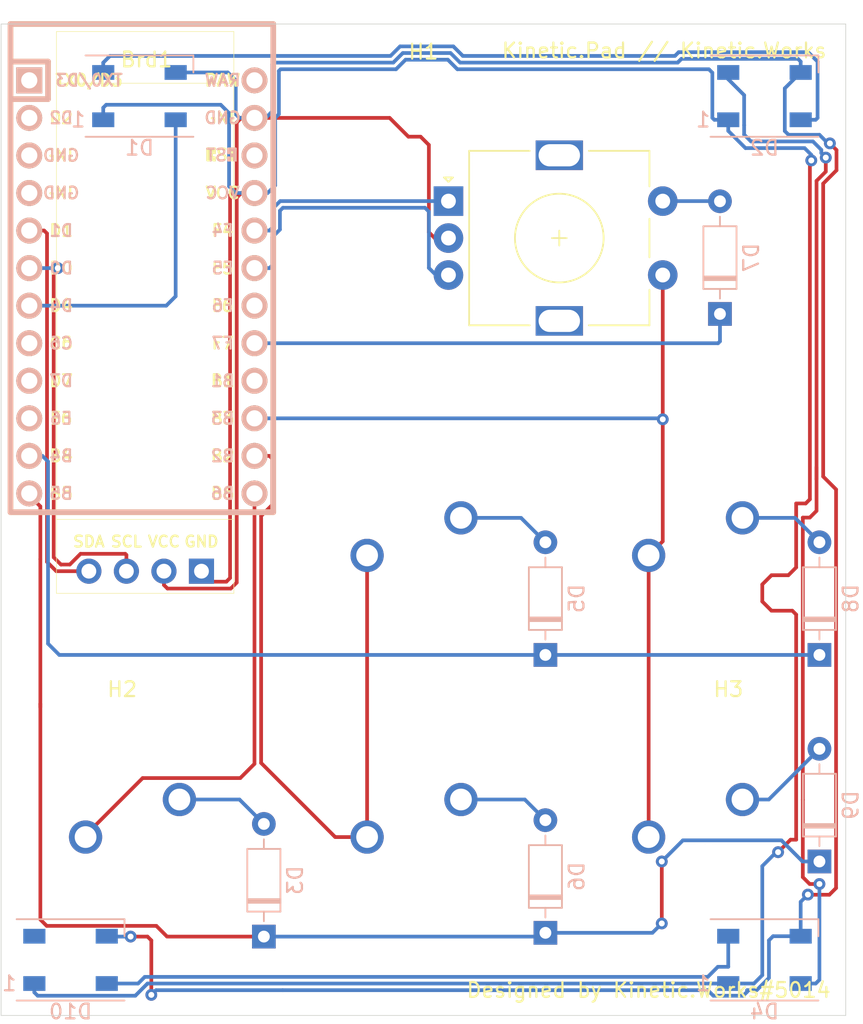
<source format=kicad_pcb>
(kicad_pcb (version 20171130) (host pcbnew "(5.1.12)-1")

  (general
    (thickness 1.6)
    (drawings 6)
    (tracks 283)
    (zones 0)
    (modules 21)
    (nets 33)
  )

  (page A4)
  (layers
    (0 F.Cu signal)
    (31 B.Cu signal)
    (32 B.Adhes user)
    (33 F.Adhes user)
    (34 B.Paste user)
    (35 F.Paste user)
    (36 B.SilkS user)
    (37 F.SilkS user)
    (38 B.Mask user)
    (39 F.Mask user)
    (40 Dwgs.User user)
    (41 Cmts.User user)
    (42 Eco1.User user)
    (43 Eco2.User user)
    (44 Edge.Cuts user)
    (45 Margin user)
    (46 B.CrtYd user)
    (47 F.CrtYd user)
    (48 B.Fab user)
    (49 F.Fab user)
  )

  (setup
    (last_trace_width 0.25)
    (trace_clearance 0.2)
    (zone_clearance 0.508)
    (zone_45_only no)
    (trace_min 0.2)
    (via_size 0.8)
    (via_drill 0.4)
    (via_min_size 0.4)
    (via_min_drill 0.3)
    (uvia_size 0.3)
    (uvia_drill 0.1)
    (uvias_allowed no)
    (uvia_min_size 0.2)
    (uvia_min_drill 0.1)
    (edge_width 0.05)
    (segment_width 0.2)
    (pcb_text_width 0.3)
    (pcb_text_size 1.5 1.5)
    (mod_edge_width 0.12)
    (mod_text_size 1 1)
    (mod_text_width 0.15)
    (pad_size 1.5 1)
    (pad_drill 0)
    (pad_to_mask_clearance 0)
    (aux_axis_origin 0 0)
    (visible_elements 7FFFFFFF)
    (pcbplotparams
      (layerselection 0x010fc_ffffffff)
      (usegerberextensions false)
      (usegerberattributes true)
      (usegerberadvancedattributes true)
      (creategerberjobfile true)
      (excludeedgelayer true)
      (linewidth 0.100000)
      (plotframeref false)
      (viasonmask false)
      (mode 1)
      (useauxorigin false)
      (hpglpennumber 1)
      (hpglpenspeed 20)
      (hpglpendiameter 15.000000)
      (psnegative false)
      (psa4output false)
      (plotreference true)
      (plotvalue true)
      (plotinvisibletext false)
      (padsonsilk false)
      (subtractmaskfromsilk false)
      (outputformat 1)
      (mirror false)
      (drillshape 0)
      (scaleselection 1)
      (outputdirectory "Gerbers/"))
  )

  (net 0 "")
  (net 1 SDA)
  (net 2 SCL)
  (net 3 +5V)
  (net 4 GND)
  (net 5 "Net-(D1-Pad2)")
  (net 6 DIN)
  (net 7 "Net-(D2-Pad2)")
  (net 8 "Net-(D3-Pad2)")
  (net 9 R3)
  (net 10 "Net-(D10-Pad4)")
  (net 11 "Net-(D5-Pad2)")
  (net 12 R2)
  (net 13 "Net-(D6-Pad2)")
  (net 14 "Net-(D7-Pad2)")
  (net 15 R1)
  (net 16 "Net-(D8-Pad2)")
  (net 17 "Net-(D9-Pad2)")
  (net 18 "Net-(D10-Pad2)")
  (net 19 C1)
  (net 20 C2)
  (net 21 C3)
  (net 22 A)
  (net 23 B)
  (net 24 "Net-(U1-Pad24)")
  (net 25 "Net-(U1-Pad22)")
  (net 26 "Net-(U1-Pad18)")
  (net 27 "Net-(U1-Pad16)")
  (net 28 "Net-(U1-Pad9)")
  (net 29 "Net-(U1-Pad8)")
  (net 30 "Net-(U1-Pad2)")
  (net 31 "Net-(U1-Pad1)")
  (net 32 "Net-(U1-Pad10)")

  (net_class Default "This is the default net class."
    (clearance 0.2)
    (trace_width 0.25)
    (via_dia 0.8)
    (via_drill 0.4)
    (uvia_dia 0.3)
    (uvia_drill 0.1)
    (add_net +5V)
    (add_net A)
    (add_net B)
    (add_net C1)
    (add_net C2)
    (add_net C3)
    (add_net DIN)
    (add_net GND)
    (add_net "Net-(D1-Pad2)")
    (add_net "Net-(D10-Pad2)")
    (add_net "Net-(D10-Pad4)")
    (add_net "Net-(D2-Pad2)")
    (add_net "Net-(D3-Pad2)")
    (add_net "Net-(D5-Pad2)")
    (add_net "Net-(D6-Pad2)")
    (add_net "Net-(D7-Pad2)")
    (add_net "Net-(D8-Pad2)")
    (add_net "Net-(D9-Pad2)")
    (add_net "Net-(U1-Pad1)")
    (add_net "Net-(U1-Pad10)")
    (add_net "Net-(U1-Pad16)")
    (add_net "Net-(U1-Pad18)")
    (add_net "Net-(U1-Pad2)")
    (add_net "Net-(U1-Pad22)")
    (add_net "Net-(U1-Pad24)")
    (add_net "Net-(U1-Pad8)")
    (add_net "Net-(U1-Pad9)")
    (add_net R1)
    (add_net R2)
    (add_net R3)
    (add_net SCL)
    (add_net SDA)
  )

  (module MX_Only:MXOnly-1U-NoLED (layer F.Cu) (tedit 5BD3C6C7) (tstamp 61A717F2)
    (at 256.54 76.2)
    (path /61A6E3E2)
    (fp_text reference MX5 (at 0 3.175) (layer Dwgs.User)
      (effects (font (size 1 1) (thickness 0.15)))
    )
    (fp_text value MX-NoLED (at 0 -7.9375) (layer Dwgs.User)
      (effects (font (size 1 1) (thickness 0.15)))
    )
    (fp_line (start -9.525 9.525) (end -9.525 -9.525) (layer Dwgs.User) (width 0.15))
    (fp_line (start 9.525 9.525) (end -9.525 9.525) (layer Dwgs.User) (width 0.15))
    (fp_line (start 9.525 -9.525) (end 9.525 9.525) (layer Dwgs.User) (width 0.15))
    (fp_line (start -9.525 -9.525) (end 9.525 -9.525) (layer Dwgs.User) (width 0.15))
    (fp_line (start -7 -7) (end -7 -5) (layer Dwgs.User) (width 0.15))
    (fp_line (start -5 -7) (end -7 -7) (layer Dwgs.User) (width 0.15))
    (fp_line (start -7 7) (end -5 7) (layer Dwgs.User) (width 0.15))
    (fp_line (start -7 5) (end -7 7) (layer Dwgs.User) (width 0.15))
    (fp_line (start 7 7) (end 7 5) (layer Dwgs.User) (width 0.15))
    (fp_line (start 5 7) (end 7 7) (layer Dwgs.User) (width 0.15))
    (fp_line (start 7 -7) (end 7 -5) (layer Dwgs.User) (width 0.15))
    (fp_line (start 5 -7) (end 7 -7) (layer Dwgs.User) (width 0.15))
    (pad 2 thru_hole circle (at 2.54 -5.08) (size 2.25 2.25) (drill 1.47) (layers *.Cu B.Mask)
      (net 17 "Net-(D9-Pad2)"))
    (pad "" np_thru_hole circle (at 0 0) (size 3.9878 3.9878) (drill 3.9878) (layers *.Cu *.Mask))
    (pad 1 thru_hole circle (at -3.81 -2.54) (size 2.25 2.25) (drill 1.47) (layers *.Cu B.Mask)
      (net 21 C3))
    (pad "" np_thru_hole circle (at -5.08 0 48.0996) (size 1.75 1.75) (drill 1.75) (layers *.Cu *.Mask))
    (pad "" np_thru_hole circle (at 5.08 0 48.0996) (size 1.75 1.75) (drill 1.75) (layers *.Cu *.Mask))
  )

  (module MX_Only:MXOnly-1U-NoLED (layer F.Cu) (tedit 5BD3C6C7) (tstamp 61A6E4DC)
    (at 256.54 57.15)
    (path /61A6F2D9)
    (fp_text reference MX4 (at 0 3.175) (layer Dwgs.User)
      (effects (font (size 1 1) (thickness 0.15)))
    )
    (fp_text value MX-NoLED (at 0 -7.9375) (layer Dwgs.User)
      (effects (font (size 1 1) (thickness 0.15)))
    )
    (fp_line (start -9.525 9.525) (end -9.525 -9.525) (layer Dwgs.User) (width 0.15))
    (fp_line (start 9.525 9.525) (end -9.525 9.525) (layer Dwgs.User) (width 0.15))
    (fp_line (start 9.525 -9.525) (end 9.525 9.525) (layer Dwgs.User) (width 0.15))
    (fp_line (start -9.525 -9.525) (end 9.525 -9.525) (layer Dwgs.User) (width 0.15))
    (fp_line (start -7 -7) (end -7 -5) (layer Dwgs.User) (width 0.15))
    (fp_line (start -5 -7) (end -7 -7) (layer Dwgs.User) (width 0.15))
    (fp_line (start -7 7) (end -5 7) (layer Dwgs.User) (width 0.15))
    (fp_line (start -7 5) (end -7 7) (layer Dwgs.User) (width 0.15))
    (fp_line (start 7 7) (end 7 5) (layer Dwgs.User) (width 0.15))
    (fp_line (start 5 7) (end 7 7) (layer Dwgs.User) (width 0.15))
    (fp_line (start 7 -7) (end 7 -5) (layer Dwgs.User) (width 0.15))
    (fp_line (start 5 -7) (end 7 -7) (layer Dwgs.User) (width 0.15))
    (pad 2 thru_hole circle (at 2.54 -5.08) (size 2.25 2.25) (drill 1.47) (layers *.Cu B.Mask)
      (net 16 "Net-(D8-Pad2)"))
    (pad "" np_thru_hole circle (at 0 0) (size 3.9878 3.9878) (drill 3.9878) (layers *.Cu *.Mask))
    (pad 1 thru_hole circle (at -3.81 -2.54) (size 2.25 2.25) (drill 1.47) (layers *.Cu B.Mask)
      (net 21 C3))
    (pad "" np_thru_hole circle (at -5.08 0 48.0996) (size 1.75 1.75) (drill 1.75) (layers *.Cu *.Mask))
    (pad "" np_thru_hole circle (at 5.08 0 48.0996) (size 1.75 1.75) (drill 1.75) (layers *.Cu *.Mask))
  )

  (module MX_Only:MXOnly-1U-NoLED (layer F.Cu) (tedit 5BD3C6C7) (tstamp 61A6E4C5)
    (at 237.49 76.2)
    (path /61A6D3C7)
    (fp_text reference MX3 (at 0 3.175) (layer Dwgs.User)
      (effects (font (size 1 1) (thickness 0.15)))
    )
    (fp_text value MX-NoLED (at 0 -7.9375) (layer Dwgs.User)
      (effects (font (size 1 1) (thickness 0.15)))
    )
    (fp_line (start -9.525 9.525) (end -9.525 -9.525) (layer Dwgs.User) (width 0.15))
    (fp_line (start 9.525 9.525) (end -9.525 9.525) (layer Dwgs.User) (width 0.15))
    (fp_line (start 9.525 -9.525) (end 9.525 9.525) (layer Dwgs.User) (width 0.15))
    (fp_line (start -9.525 -9.525) (end 9.525 -9.525) (layer Dwgs.User) (width 0.15))
    (fp_line (start -7 -7) (end -7 -5) (layer Dwgs.User) (width 0.15))
    (fp_line (start -5 -7) (end -7 -7) (layer Dwgs.User) (width 0.15))
    (fp_line (start -7 7) (end -5 7) (layer Dwgs.User) (width 0.15))
    (fp_line (start -7 5) (end -7 7) (layer Dwgs.User) (width 0.15))
    (fp_line (start 7 7) (end 7 5) (layer Dwgs.User) (width 0.15))
    (fp_line (start 5 7) (end 7 7) (layer Dwgs.User) (width 0.15))
    (fp_line (start 7 -7) (end 7 -5) (layer Dwgs.User) (width 0.15))
    (fp_line (start 5 -7) (end 7 -7) (layer Dwgs.User) (width 0.15))
    (pad 2 thru_hole circle (at 2.54 -5.08) (size 2.25 2.25) (drill 1.47) (layers *.Cu B.Mask)
      (net 13 "Net-(D6-Pad2)"))
    (pad "" np_thru_hole circle (at 0 0) (size 3.9878 3.9878) (drill 3.9878) (layers *.Cu *.Mask))
    (pad 1 thru_hole circle (at -3.81 -2.54) (size 2.25 2.25) (drill 1.47) (layers *.Cu B.Mask)
      (net 20 C2))
    (pad "" np_thru_hole circle (at -5.08 0 48.0996) (size 1.75 1.75) (drill 1.75) (layers *.Cu *.Mask))
    (pad "" np_thru_hole circle (at 5.08 0 48.0996) (size 1.75 1.75) (drill 1.75) (layers *.Cu *.Mask))
  )

  (module MX_Only:MXOnly-1U-NoLED (layer F.Cu) (tedit 5BD3C6C7) (tstamp 61A6FA4C)
    (at 237.49 57.15)
    (path /61A6F838)
    (fp_text reference MX2 (at 0 3.175) (layer Dwgs.User)
      (effects (font (size 1 1) (thickness 0.15)))
    )
    (fp_text value MX-NoLED (at 0 -7.9375) (layer Dwgs.User)
      (effects (font (size 1 1) (thickness 0.15)))
    )
    (fp_line (start -9.525 9.525) (end -9.525 -9.525) (layer Dwgs.User) (width 0.15))
    (fp_line (start 9.525 9.525) (end -9.525 9.525) (layer Dwgs.User) (width 0.15))
    (fp_line (start 9.525 -9.525) (end 9.525 9.525) (layer Dwgs.User) (width 0.15))
    (fp_line (start -9.525 -9.525) (end 9.525 -9.525) (layer Dwgs.User) (width 0.15))
    (fp_line (start -7 -7) (end -7 -5) (layer Dwgs.User) (width 0.15))
    (fp_line (start -5 -7) (end -7 -7) (layer Dwgs.User) (width 0.15))
    (fp_line (start -7 7) (end -5 7) (layer Dwgs.User) (width 0.15))
    (fp_line (start -7 5) (end -7 7) (layer Dwgs.User) (width 0.15))
    (fp_line (start 7 7) (end 7 5) (layer Dwgs.User) (width 0.15))
    (fp_line (start 5 7) (end 7 7) (layer Dwgs.User) (width 0.15))
    (fp_line (start 7 -7) (end 7 -5) (layer Dwgs.User) (width 0.15))
    (fp_line (start 5 -7) (end 7 -7) (layer Dwgs.User) (width 0.15))
    (pad 2 thru_hole circle (at 2.54 -5.08) (size 2.25 2.25) (drill 1.47) (layers *.Cu B.Mask)
      (net 11 "Net-(D5-Pad2)"))
    (pad "" np_thru_hole circle (at 0 0) (size 3.9878 3.9878) (drill 3.9878) (layers *.Cu *.Mask))
    (pad 1 thru_hole circle (at -3.81 -2.54) (size 2.25 2.25) (drill 1.47) (layers *.Cu B.Mask)
      (net 20 C2))
    (pad "" np_thru_hole circle (at -5.08 0 48.0996) (size 1.75 1.75) (drill 1.75) (layers *.Cu *.Mask))
    (pad "" np_thru_hole circle (at 5.08 0 48.0996) (size 1.75 1.75) (drill 1.75) (layers *.Cu *.Mask))
  )

  (module MX_Only:MXOnly-1U-NoLED (layer F.Cu) (tedit 5BD3C6C7) (tstamp 61A6E97D)
    (at 218.44 76.2)
    (path /61A6ABED)
    (fp_text reference MX1 (at 0 3.175) (layer Dwgs.User)
      (effects (font (size 1 1) (thickness 0.15)))
    )
    (fp_text value MX-NoLED (at 0 -7.9375) (layer Dwgs.User)
      (effects (font (size 1 1) (thickness 0.15)))
    )
    (fp_line (start -9.525 9.525) (end -9.525 -9.525) (layer Dwgs.User) (width 0.15))
    (fp_line (start 9.525 9.525) (end -9.525 9.525) (layer Dwgs.User) (width 0.15))
    (fp_line (start 9.525 -9.525) (end 9.525 9.525) (layer Dwgs.User) (width 0.15))
    (fp_line (start -9.525 -9.525) (end 9.525 -9.525) (layer Dwgs.User) (width 0.15))
    (fp_line (start -7 -7) (end -7 -5) (layer Dwgs.User) (width 0.15))
    (fp_line (start -5 -7) (end -7 -7) (layer Dwgs.User) (width 0.15))
    (fp_line (start -7 7) (end -5 7) (layer Dwgs.User) (width 0.15))
    (fp_line (start -7 5) (end -7 7) (layer Dwgs.User) (width 0.15))
    (fp_line (start 7 7) (end 7 5) (layer Dwgs.User) (width 0.15))
    (fp_line (start 5 7) (end 7 7) (layer Dwgs.User) (width 0.15))
    (fp_line (start 7 -7) (end 7 -5) (layer Dwgs.User) (width 0.15))
    (fp_line (start 5 -7) (end 7 -7) (layer Dwgs.User) (width 0.15))
    (pad 2 thru_hole circle (at 2.54 -5.08) (size 2.25 2.25) (drill 1.47) (layers *.Cu B.Mask)
      (net 8 "Net-(D3-Pad2)"))
    (pad "" np_thru_hole circle (at 0 0) (size 3.9878 3.9878) (drill 3.9878) (layers *.Cu *.Mask))
    (pad 1 thru_hole circle (at -3.81 -2.54) (size 2.25 2.25) (drill 1.47) (layers *.Cu B.Mask)
      (net 19 C1))
    (pad "" np_thru_hole circle (at -5.08 0 48.0996) (size 1.75 1.75) (drill 1.75) (layers *.Cu *.Mask))
    (pad "" np_thru_hole circle (at 5.08 0 48.0996) (size 1.75 1.75) (drill 1.75) (layers *.Cu *.Mask))
  )

  (module MountingHole:MountingHole_2mm (layer F.Cu) (tedit 5B924920) (tstamp 61A74450)
    (at 258.1275 66.8655)
    (descr "Mounting Hole 2mm, no annular")
    (tags "mounting hole 2mm no annular")
    (path /61AF77EB)
    (attr virtual)
    (fp_text reference H3 (at 0 -3.2) (layer F.SilkS)
      (effects (font (size 1 1) (thickness 0.15)))
    )
    (fp_text value MountingHole (at 0 3.1) (layer F.Fab)
      (effects (font (size 1 1) (thickness 0.15)))
    )
    (fp_circle (center 0 0) (end 2.25 0) (layer F.CrtYd) (width 0.05))
    (fp_circle (center 0 0) (end 2 0) (layer Cmts.User) (width 0.15))
    (fp_text user %R (at 0.3 0) (layer F.Fab)
      (effects (font (size 1 1) (thickness 0.15)))
    )
    (pad "" np_thru_hole circle (at 0 0) (size 2 2) (drill 2) (layers *.Cu *.Mask))
  )

  (module MountingHole:MountingHole_2mm (layer F.Cu) (tedit 5B924920) (tstamp 61A74448)
    (at 217.1065 66.8655)
    (descr "Mounting Hole 2mm, no annular")
    (tags "mounting hole 2mm no annular")
    (path /61AF7FA8)
    (attr virtual)
    (fp_text reference H2 (at 0 -3.2) (layer F.SilkS)
      (effects (font (size 1 1) (thickness 0.15)))
    )
    (fp_text value MountingHole (at 0 3.1) (layer F.Fab)
      (effects (font (size 1 1) (thickness 0.15)))
    )
    (fp_circle (center 0 0) (end 2.25 0) (layer F.CrtYd) (width 0.05))
    (fp_circle (center 0 0) (end 2 0) (layer Cmts.User) (width 0.15))
    (fp_text user %R (at 0.3 0) (layer F.Fab)
      (effects (font (size 1 1) (thickness 0.15)))
    )
    (pad "" np_thru_hole circle (at 0 0) (size 2 2) (drill 2) (layers *.Cu *.Mask))
  )

  (module MountingHole:MountingHole_2mm (layer F.Cu) (tedit 5B924920) (tstamp 61A75287)
    (at 237.49 23.749)
    (descr "Mounting Hole 2mm, no annular")
    (tags "mounting hole 2mm no annular")
    (path /61AF6BAE)
    (attr virtual)
    (fp_text reference H1 (at 0 -3.2) (layer F.SilkS)
      (effects (font (size 1 1) (thickness 0.15)))
    )
    (fp_text value MountingHole (at 0 3.1) (layer F.Fab)
      (effects (font (size 1 1) (thickness 0.15)))
    )
    (fp_circle (center 0 0) (end 2.25 0) (layer F.CrtYd) (width 0.05))
    (fp_circle (center 0 0) (end 2 0) (layer Cmts.User) (width 0.15))
    (fp_text user %R (at 0.3 0) (layer F.Fab)
      (effects (font (size 1 1) (thickness 0.15)))
    )
    (pad "" np_thru_hole circle (at 0 0) (size 2 2) (drill 2) (layers *.Cu *.Mask))
  )

  (module Keebio-Parts:ArduinoProMicro (layer F.Cu) (tedit 5B307E4C) (tstamp 61A6F80B)
    (at 218.44 36.449 270)
    (path /61A685BC)
    (fp_text reference U1 (at 0 1.625 90) (layer F.SilkS) hide
      (effects (font (size 1.27 1.524) (thickness 0.2032)))
    )
    (fp_text value ProMicro (at 0 0 90) (layer F.SilkS) hide
      (effects (font (size 1.27 1.524) (thickness 0.2032)))
    )
    (fp_line (start -15.24 6.35) (end -15.24 8.89) (layer F.SilkS) (width 0.381))
    (fp_line (start -15.24 6.35) (end -15.24 8.89) (layer B.SilkS) (width 0.381))
    (fp_line (start -19.304 -3.556) (end -14.224 -3.556) (layer Dwgs.User) (width 0.2))
    (fp_line (start -19.304 3.81) (end -19.304 -3.556) (layer Dwgs.User) (width 0.2))
    (fp_line (start -14.224 3.81) (end -19.304 3.81) (layer Dwgs.User) (width 0.2))
    (fp_line (start -14.224 -3.556) (end -14.224 3.81) (layer Dwgs.User) (width 0.2))
    (fp_line (start -17.78 8.89) (end -15.24 8.89) (layer F.SilkS) (width 0.381))
    (fp_line (start -17.78 -8.89) (end -17.78 8.89) (layer F.SilkS) (width 0.381))
    (fp_line (start -15.24 -8.89) (end -17.78 -8.89) (layer F.SilkS) (width 0.381))
    (fp_line (start -17.78 -8.89) (end -17.78 8.89) (layer B.SilkS) (width 0.381))
    (fp_line (start -17.78 8.89) (end 15.24 8.89) (layer B.SilkS) (width 0.381))
    (fp_line (start 15.24 8.89) (end 15.24 -8.89) (layer B.SilkS) (width 0.381))
    (fp_line (start 15.24 -8.89) (end -17.78 -8.89) (layer B.SilkS) (width 0.381))
    (fp_poly (pts (xy -9.35097 -5.844635) (xy -9.25097 -5.844635) (xy -9.25097 -6.344635) (xy -9.35097 -6.344635)) (layer B.SilkS) (width 0.15))
    (fp_poly (pts (xy -9.35097 -5.844635) (xy -9.05097 -5.844635) (xy -9.05097 -5.944635) (xy -9.35097 -5.944635)) (layer B.SilkS) (width 0.15))
    (fp_poly (pts (xy -8.75097 -5.844635) (xy -8.55097 -5.844635) (xy -8.55097 -5.944635) (xy -8.75097 -5.944635)) (layer B.SilkS) (width 0.15))
    (fp_poly (pts (xy -9.35097 -6.244635) (xy -8.55097 -6.244635) (xy -8.55097 -6.344635) (xy -9.35097 -6.344635)) (layer B.SilkS) (width 0.15))
    (fp_poly (pts (xy -8.95097 -6.044635) (xy -8.85097 -6.044635) (xy -8.85097 -6.144635) (xy -8.95097 -6.144635)) (layer B.SilkS) (width 0.15))
    (fp_poly (pts (xy -8.76064 -4.931568) (xy -8.56064 -4.931568) (xy -8.56064 -4.831568) (xy -8.76064 -4.831568)) (layer F.SilkS) (width 0.15))
    (fp_poly (pts (xy -9.36064 -4.531568) (xy -8.56064 -4.531568) (xy -8.56064 -4.431568) (xy -9.36064 -4.431568)) (layer F.SilkS) (width 0.15))
    (fp_poly (pts (xy -9.36064 -4.931568) (xy -9.26064 -4.931568) (xy -9.26064 -4.431568) (xy -9.36064 -4.431568)) (layer F.SilkS) (width 0.15))
    (fp_poly (pts (xy -8.96064 -4.731568) (xy -8.86064 -4.731568) (xy -8.86064 -4.631568) (xy -8.96064 -4.631568)) (layer F.SilkS) (width 0.15))
    (fp_poly (pts (xy -9.36064 -4.931568) (xy -9.06064 -4.931568) (xy -9.06064 -4.831568) (xy -9.36064 -4.831568)) (layer F.SilkS) (width 0.15))
    (fp_line (start -12.7 6.35) (end -12.7 8.89) (layer F.SilkS) (width 0.381))
    (fp_line (start -15.24 6.35) (end -12.7 6.35) (layer F.SilkS) (width 0.381))
    (fp_line (start 15.24 -8.89) (end -15.24 -8.89) (layer F.SilkS) (width 0.381))
    (fp_line (start 15.24 8.89) (end 15.24 -8.89) (layer F.SilkS) (width 0.381))
    (fp_line (start -15.24 8.89) (end 15.24 8.89) (layer F.SilkS) (width 0.381))
    (fp_line (start -15.24 6.35) (end -12.7 6.35) (layer B.SilkS) (width 0.381))
    (fp_line (start -12.7 6.35) (end -12.7 8.89) (layer B.SilkS) (width 0.381))
    (fp_text user ST (at -8.91 -5.04) (layer B.SilkS)
      (effects (font (size 0.8 0.8) (thickness 0.15)) (justify mirror))
    )
    (fp_text user TX0/D3 (at -13.97 3.571872) (layer F.SilkS)
      (effects (font (size 0.8 0.8) (thickness 0.15)))
    )
    (fp_text user TX0/D3 (at -13.97 3.571872) (layer B.SilkS)
      (effects (font (size 0.8 0.8) (thickness 0.15)) (justify mirror))
    )
    (fp_text user D2 (at -11.43 5.461) (layer F.SilkS)
      (effects (font (size 0.8 0.8) (thickness 0.15)))
    )
    (fp_text user D0 (at -1.27 5.461) (layer F.SilkS)
      (effects (font (size 0.8 0.8) (thickness 0.15)))
    )
    (fp_text user D1 (at -3.81 5.461) (layer F.SilkS)
      (effects (font (size 0.8 0.8) (thickness 0.15)))
    )
    (fp_text user GND (at -6.35 5.461) (layer F.SilkS)
      (effects (font (size 0.8 0.8) (thickness 0.15)))
    )
    (fp_text user GND (at -8.89 5.461) (layer F.SilkS)
      (effects (font (size 0.8 0.8) (thickness 0.15)))
    )
    (fp_text user D4 (at 1.27 5.461) (layer F.SilkS)
      (effects (font (size 0.8 0.8) (thickness 0.15)))
    )
    (fp_text user C6 (at 3.81 5.461) (layer F.SilkS)
      (effects (font (size 0.8 0.8) (thickness 0.15)))
    )
    (fp_text user D7 (at 6.35 5.461) (layer F.SilkS)
      (effects (font (size 0.8 0.8) (thickness 0.15)))
    )
    (fp_text user E6 (at 8.89 5.461) (layer F.SilkS)
      (effects (font (size 0.8 0.8) (thickness 0.15)))
    )
    (fp_text user B4 (at 11.43 5.461) (layer F.SilkS)
      (effects (font (size 0.8 0.8) (thickness 0.15)))
    )
    (fp_text user B5 (at 13.97 5.461) (layer F.SilkS)
      (effects (font (size 0.8 0.8) (thickness 0.15)))
    )
    (fp_text user B6 (at 13.97 -5.461) (layer F.SilkS)
      (effects (font (size 0.8 0.8) (thickness 0.15)))
    )
    (fp_text user B2 (at 11.43 -5.461) (layer B.SilkS)
      (effects (font (size 0.8 0.8) (thickness 0.15)) (justify mirror))
    )
    (fp_text user B3 (at 8.89 -5.461) (layer F.SilkS)
      (effects (font (size 0.8 0.8) (thickness 0.15)))
    )
    (fp_text user B1 (at 6.35 -5.461) (layer F.SilkS)
      (effects (font (size 0.8 0.8) (thickness 0.15)))
    )
    (fp_text user F7 (at 3.81 -5.461) (layer B.SilkS)
      (effects (font (size 0.8 0.8) (thickness 0.15)) (justify mirror))
    )
    (fp_text user F6 (at 1.27 -5.461) (layer B.SilkS)
      (effects (font (size 0.8 0.8) (thickness 0.15)) (justify mirror))
    )
    (fp_text user F5 (at -1.27 -5.461) (layer B.SilkS)
      (effects (font (size 0.8 0.8) (thickness 0.15)) (justify mirror))
    )
    (fp_text user F4 (at -3.81 -5.461) (layer F.SilkS)
      (effects (font (size 0.8 0.8) (thickness 0.15)))
    )
    (fp_text user VCC (at -6.35 -5.461) (layer F.SilkS)
      (effects (font (size 0.8 0.8) (thickness 0.15)))
    )
    (fp_text user ST (at -8.92 -5.73312) (layer F.SilkS)
      (effects (font (size 0.8 0.8) (thickness 0.15)))
    )
    (fp_text user GND (at -11.43 -5.461) (layer F.SilkS)
      (effects (font (size 0.8 0.8) (thickness 0.15)))
    )
    (fp_text user RAW (at -13.97 -5.461) (layer F.SilkS)
      (effects (font (size 0.8 0.8) (thickness 0.15)))
    )
    (fp_text user RAW (at -13.97 -5.461) (layer B.SilkS)
      (effects (font (size 0.8 0.8) (thickness 0.15)) (justify mirror))
    )
    (fp_text user GND (at -11.43 -5.461) (layer B.SilkS)
      (effects (font (size 0.8 0.8) (thickness 0.15)) (justify mirror))
    )
    (fp_text user VCC (at -6.35 -5.461) (layer B.SilkS)
      (effects (font (size 0.8 0.8) (thickness 0.15)) (justify mirror))
    )
    (fp_text user F4 (at -3.81 -5.461) (layer B.SilkS)
      (effects (font (size 0.8 0.8) (thickness 0.15)) (justify mirror))
    )
    (fp_text user F5 (at -1.27 -5.461) (layer F.SilkS)
      (effects (font (size 0.8 0.8) (thickness 0.15)))
    )
    (fp_text user F6 (at 1.27 -5.461) (layer F.SilkS)
      (effects (font (size 0.8 0.8) (thickness 0.15)))
    )
    (fp_text user F7 (at 3.81 -5.461) (layer F.SilkS)
      (effects (font (size 0.8 0.8) (thickness 0.15)))
    )
    (fp_text user B1 (at 6.35 -5.461) (layer B.SilkS)
      (effects (font (size 0.8 0.8) (thickness 0.15)) (justify mirror))
    )
    (fp_text user B3 (at 8.89 -5.461) (layer B.SilkS)
      (effects (font (size 0.8 0.8) (thickness 0.15)) (justify mirror))
    )
    (fp_text user B2 (at 11.43 -5.461) (layer F.SilkS)
      (effects (font (size 0.8 0.8) (thickness 0.15)))
    )
    (fp_text user B6 (at 13.97 -5.461) (layer B.SilkS)
      (effects (font (size 0.8 0.8) (thickness 0.15)) (justify mirror))
    )
    (fp_text user B5 (at 13.97 5.461) (layer B.SilkS)
      (effects (font (size 0.8 0.8) (thickness 0.15)) (justify mirror))
    )
    (fp_text user B4 (at 11.43 5.461) (layer B.SilkS)
      (effects (font (size 0.8 0.8) (thickness 0.15)) (justify mirror))
    )
    (fp_text user E6 (at 8.89 5.461) (layer B.SilkS)
      (effects (font (size 0.8 0.8) (thickness 0.15)) (justify mirror))
    )
    (fp_text user D7 (at 6.35 5.461) (layer B.SilkS)
      (effects (font (size 0.8 0.8) (thickness 0.15)) (justify mirror))
    )
    (fp_text user C6 (at 3.81 5.461) (layer B.SilkS)
      (effects (font (size 0.8 0.8) (thickness 0.15)) (justify mirror))
    )
    (fp_text user D4 (at 1.27 5.461) (layer B.SilkS)
      (effects (font (size 0.8 0.8) (thickness 0.15)) (justify mirror))
    )
    (fp_text user GND (at -8.89 5.461) (layer B.SilkS)
      (effects (font (size 0.8 0.8) (thickness 0.15)) (justify mirror))
    )
    (fp_text user GND (at -6.35 5.461) (layer B.SilkS)
      (effects (font (size 0.8 0.8) (thickness 0.15)) (justify mirror))
    )
    (fp_text user D1 (at -3.81 5.461) (layer B.SilkS)
      (effects (font (size 0.8 0.8) (thickness 0.15)) (justify mirror))
    )
    (fp_text user D0 (at -1.27 5.461) (layer B.SilkS)
      (effects (font (size 0.8 0.8) (thickness 0.15)) (justify mirror))
    )
    (fp_text user D2 (at -11.43 5.461) (layer B.SilkS)
      (effects (font (size 0.8 0.8) (thickness 0.15)) (justify mirror))
    )
    (pad 24 thru_hole circle (at -13.97 -7.62 270) (size 1.7526 1.7526) (drill 1.0922) (layers *.Cu *.SilkS *.Mask)
      (net 24 "Net-(U1-Pad24)"))
    (pad 12 thru_hole circle (at 13.97 7.62 270) (size 1.7526 1.7526) (drill 1.0922) (layers *.Cu *.SilkS *.Mask)
      (net 9 R3))
    (pad 23 thru_hole circle (at -11.43 -7.62 270) (size 1.7526 1.7526) (drill 1.0922) (layers *.Cu *.SilkS *.Mask)
      (net 4 GND))
    (pad 22 thru_hole circle (at -8.89 -7.62 270) (size 1.7526 1.7526) (drill 1.0922) (layers *.Cu *.SilkS *.Mask)
      (net 25 "Net-(U1-Pad22)"))
    (pad 21 thru_hole circle (at -6.35 -7.62 270) (size 1.7526 1.7526) (drill 1.0922) (layers *.Cu *.SilkS *.Mask)
      (net 3 +5V))
    (pad 20 thru_hole circle (at -3.81 -7.62 270) (size 1.7526 1.7526) (drill 1.0922) (layers *.Cu *.SilkS *.Mask)
      (net 22 A))
    (pad 19 thru_hole circle (at -1.27 -7.62 270) (size 1.7526 1.7526) (drill 1.0922) (layers *.Cu *.SilkS *.Mask)
      (net 23 B))
    (pad 18 thru_hole circle (at 1.27 -7.62 270) (size 1.7526 1.7526) (drill 1.0922) (layers *.Cu *.SilkS *.Mask)
      (net 26 "Net-(U1-Pad18)"))
    (pad 17 thru_hole circle (at 3.81 -7.62 270) (size 1.7526 1.7526) (drill 1.0922) (layers *.Cu *.SilkS *.Mask)
      (net 15 R1))
    (pad 16 thru_hole circle (at 6.35 -7.62 270) (size 1.7526 1.7526) (drill 1.0922) (layers *.Cu *.SilkS *.Mask)
      (net 27 "Net-(U1-Pad16)"))
    (pad 15 thru_hole circle (at 8.89 -7.62 270) (size 1.7526 1.7526) (drill 1.0922) (layers *.Cu *.SilkS *.Mask)
      (net 21 C3))
    (pad 14 thru_hole circle (at 11.43 -7.62 270) (size 1.7526 1.7526) (drill 1.0922) (layers *.Cu *.SilkS *.Mask)
      (net 20 C2))
    (pad 13 thru_hole circle (at 13.97 -7.62 270) (size 1.7526 1.7526) (drill 1.0922) (layers *.Cu *.SilkS *.Mask)
      (net 19 C1))
    (pad 11 thru_hole circle (at 11.43 7.62 270) (size 1.7526 1.7526) (drill 1.0922) (layers *.Cu *.SilkS *.Mask)
      (net 12 R2))
    (pad 10 thru_hole circle (at 8.89 7.62 270) (size 1.7526 1.7526) (drill 1.0922) (layers *.Cu *.SilkS *.Mask)
      (net 32 "Net-(U1-Pad10)"))
    (pad 9 thru_hole circle (at 6.35 7.62 270) (size 1.7526 1.7526) (drill 1.0922) (layers *.Cu *.SilkS *.Mask)
      (net 28 "Net-(U1-Pad9)"))
    (pad 8 thru_hole circle (at 3.81 7.62 270) (size 1.7526 1.7526) (drill 1.0922) (layers *.Cu *.SilkS *.Mask)
      (net 29 "Net-(U1-Pad8)"))
    (pad 7 thru_hole circle (at 1.27 7.62 270) (size 1.7526 1.7526) (drill 1.0922) (layers *.Cu *.SilkS *.Mask)
      (net 6 DIN))
    (pad 6 thru_hole circle (at -1.27 7.62 270) (size 1.7526 1.7526) (drill 1.0922) (layers *.Cu *.SilkS *.Mask)
      (net 2 SCL))
    (pad 5 thru_hole circle (at -3.81 7.62 270) (size 1.7526 1.7526) (drill 1.0922) (layers *.Cu *.SilkS *.Mask)
      (net 1 SDA))
    (pad 4 thru_hole circle (at -6.35 7.62 270) (size 1.7526 1.7526) (drill 1.0922) (layers *.Cu *.SilkS *.Mask)
      (net 4 GND))
    (pad 3 thru_hole circle (at -8.89 7.62 270) (size 1.7526 1.7526) (drill 1.0922) (layers *.Cu *.SilkS *.Mask)
      (net 4 GND))
    (pad 2 thru_hole circle (at -11.43 7.62 270) (size 1.7526 1.7526) (drill 1.0922) (layers *.Cu *.SilkS *.Mask)
      (net 30 "Net-(U1-Pad2)"))
    (pad 1 thru_hole rect (at -13.97 7.62 270) (size 1.7526 1.7526) (drill 1.0922) (layers *.Cu *.SilkS *.Mask)
      (net 31 "Net-(U1-Pad1)"))
    (model /Users/danny/Documents/proj/custom-keyboard/kicad-libs/3d_models/ArduinoProMicro.wrl
      (offset (xyz -13.96999979019165 -7.619999885559082 -5.841999912261963))
      (scale (xyz 0.395 0.395 0.395))
      (rotate (xyz 90 180 180))
    )
  )

  (module Keebio-Parts:RotaryEncoder_EC11 (layer F.Cu) (tedit 5D936EDB) (tstamp 61A6E519)
    (at 246.6848 33.147)
    (descr "Alps rotary encoder, EC12E... with switch, vertical shaft, http://www.alps.com/prod/info/E/HTML/Encoder/Incremental/EC11/EC11E15204A3.html")
    (tags "rotary encoder")
    (path /61A70587)
    (fp_text reference SW1 (at -4.7 -7.2) (layer F.Fab)
      (effects (font (size 1 1) (thickness 0.15)))
    )
    (fp_text value Rotary_Encoder_Switch (at 0 7.9) (layer F.Fab)
      (effects (font (size 1 1) (thickness 0.15)))
    )
    (fp_line (start -0.5 0) (end 0.5 0) (layer F.SilkS) (width 0.12))
    (fp_line (start 0 -0.5) (end 0 0.5) (layer F.SilkS) (width 0.12))
    (fp_line (start 6.1 3.5) (end 6.1 5.9) (layer F.SilkS) (width 0.12))
    (fp_line (start 6.1 -1.3) (end 6.1 1.3) (layer F.SilkS) (width 0.12))
    (fp_line (start 6.1 -5.9) (end 6.1 -3.5) (layer F.SilkS) (width 0.12))
    (fp_line (start -3 0) (end 3 0) (layer F.Fab) (width 0.12))
    (fp_line (start 0 -3) (end 0 3) (layer F.Fab) (width 0.12))
    (fp_line (start -7.2 -4.1) (end -7.5 -3.8) (layer F.SilkS) (width 0.12))
    (fp_line (start -7.8 -4.1) (end -7.2 -4.1) (layer F.SilkS) (width 0.12))
    (fp_line (start -7.5 -3.8) (end -7.8 -4.1) (layer F.SilkS) (width 0.12))
    (fp_line (start -6.1 -5.9) (end -6.1 5.9) (layer F.SilkS) (width 0.12))
    (fp_line (start -2 -5.9) (end -6.1 -5.9) (layer F.SilkS) (width 0.12))
    (fp_line (start -2 5.9) (end -6.1 5.9) (layer F.SilkS) (width 0.12))
    (fp_line (start 6.1 5.9) (end 2 5.9) (layer F.SilkS) (width 0.12))
    (fp_line (start 2 -5.9) (end 6.1 -5.9) (layer F.SilkS) (width 0.12))
    (fp_line (start -6 -4.7) (end -5 -5.8) (layer F.Fab) (width 0.12))
    (fp_line (start -6 5.8) (end -6 -4.7) (layer F.Fab) (width 0.12))
    (fp_line (start 6 5.8) (end -6 5.8) (layer F.Fab) (width 0.12))
    (fp_line (start 6 -5.8) (end 6 5.8) (layer F.Fab) (width 0.12))
    (fp_line (start -5 -5.8) (end 6 -5.8) (layer F.Fab) (width 0.12))
    (fp_line (start -9 -7.1) (end 8.5 -7.1) (layer F.CrtYd) (width 0.05))
    (fp_line (start -9 -7.1) (end -9 7.1) (layer F.CrtYd) (width 0.05))
    (fp_line (start 8.5 7.1) (end 8.5 -7.1) (layer F.CrtYd) (width 0.05))
    (fp_line (start 8.5 7.1) (end -9 7.1) (layer F.CrtYd) (width 0.05))
    (fp_circle (center 0 0) (end 3 0) (layer F.SilkS) (width 0.12))
    (fp_circle (center 0 0) (end 3 0) (layer F.Fab) (width 0.12))
    (fp_text user %R (at 3.6 3.8) (layer F.Fab)
      (effects (font (size 1 1) (thickness 0.15)))
    )
    (pad A thru_hole rect (at -7.5 -2.5) (size 2 2) (drill 1) (layers *.Cu *.Mask)
      (net 22 A))
    (pad C thru_hole circle (at -7.5 0) (size 2 2) (drill 1) (layers *.Cu *.Mask)
      (net 4 GND))
    (pad B thru_hole circle (at -7.5 2.5) (size 2 2) (drill 1) (layers *.Cu *.Mask)
      (net 23 B))
    (pad "" np_thru_hole rect (at 0 -5.6) (size 3.2 2) (drill oval 2.8 1.5) (layers *.Cu *.Mask))
    (pad "" np_thru_hole rect (at 0 5.6) (size 3.2 2) (drill oval 2.8 1.5) (layers *.Cu *.Mask))
    (pad S2 thru_hole circle (at 7 -2.5) (size 2 2) (drill 1) (layers *.Cu *.Mask)
      (net 14 "Net-(D7-Pad2)"))
    (pad S1 thru_hole circle (at 7 2.5) (size 2 2) (drill 1) (layers *.Cu *.Mask)
      (net 21 C3))
    (model ${KISYS3DMOD}/Rotary_Encoder.3dshapes/RotaryEncoder_Alps_EC11E-Switch_Vertical_H20mm.wrl
      (at (xyz 0 0 0))
      (scale (xyz 1 1 1))
      (rotate (xyz 0 0 0))
    )
  )

  (module LED_SMD:LED_WS2812B_PLCC4_5.0x5.0mm_P3.2mm (layer B.Cu) (tedit 5AA4B285) (tstamp 61A718A5)
    (at 213.614 81.966)
    (descr https://cdn-shop.adafruit.com/datasheets/WS2812B.pdf)
    (tags "LED RGB NeoPixel")
    (path /61A89769)
    (attr smd)
    (fp_text reference D10 (at 0 3.5) (layer B.SilkS)
      (effects (font (size 1 1) (thickness 0.15)) (justify mirror))
    )
    (fp_text value WS2812B (at 0 -4) (layer B.Fab)
      (effects (font (size 1 1) (thickness 0.15)) (justify mirror))
    )
    (fp_circle (center 0 0) (end 0 2) (layer B.Fab) (width 0.1))
    (fp_line (start 3.65 -2.75) (end 3.65 -1.6) (layer B.SilkS) (width 0.12))
    (fp_line (start -3.65 -2.75) (end 3.65 -2.75) (layer B.SilkS) (width 0.12))
    (fp_line (start -3.65 2.75) (end 3.65 2.75) (layer B.SilkS) (width 0.12))
    (fp_line (start 2.5 2.5) (end -2.5 2.5) (layer B.Fab) (width 0.1))
    (fp_line (start 2.5 -2.5) (end 2.5 2.5) (layer B.Fab) (width 0.1))
    (fp_line (start -2.5 -2.5) (end 2.5 -2.5) (layer B.Fab) (width 0.1))
    (fp_line (start -2.5 2.5) (end -2.5 -2.5) (layer B.Fab) (width 0.1))
    (fp_line (start 2.5 -1.5) (end 1.5 -2.5) (layer B.Fab) (width 0.1))
    (fp_line (start -3.45 2.75) (end -3.45 -2.75) (layer B.CrtYd) (width 0.05))
    (fp_line (start -3.45 -2.75) (end 3.45 -2.75) (layer B.CrtYd) (width 0.05))
    (fp_line (start 3.45 -2.75) (end 3.45 2.75) (layer B.CrtYd) (width 0.05))
    (fp_line (start 3.45 2.75) (end -3.45 2.75) (layer B.CrtYd) (width 0.05))
    (fp_text user %R (at 0 0) (layer B.Fab)
      (effects (font (size 0.8 0.8) (thickness 0.15)) (justify mirror))
    )
    (fp_text user 1 (at -4.15 1.6) (layer B.SilkS)
      (effects (font (size 1 1) (thickness 0.15)) (justify mirror))
    )
    (pad 1 smd rect (at -2.45 1.6) (size 1.5 1) (layers B.Cu B.Paste B.Mask)
      (net 3 +5V))
    (pad 2 smd rect (at -2.45 -1.6) (size 1.5 1) (layers B.Cu B.Paste B.Mask)
      (net 18 "Net-(D10-Pad2)"))
    (pad 4 smd rect (at 2.45 1.6) (size 1.5 1) (layers B.Cu B.Paste B.Mask)
      (net 10 "Net-(D10-Pad4)"))
    (pad 3 smd rect (at 2.45 -1.6) (size 1.5 1) (layers B.Cu B.Paste B.Mask)
      (net 4 GND))
    (model ${KISYS3DMOD}/LED_SMD.3dshapes/LED_WS2812B_PLCC4_5.0x5.0mm_P3.2mm.wrl
      (at (xyz 0 0 0))
      (scale (xyz 1 1 1))
      (rotate (xyz 0 0 0))
    )
  )

  (module Diode_THT:D_DO-35_SOD27_P7.62mm_Horizontal (layer B.Cu) (tedit 5AE50CD5) (tstamp 61A70B56)
    (at 264.287 75.311 90)
    (descr "Diode, DO-35_SOD27 series, Axial, Horizontal, pin pitch=7.62mm, , length*diameter=4*2mm^2, , http://www.diodes.com/_files/packages/DO-35.pdf")
    (tags "Diode DO-35_SOD27 series Axial Horizontal pin pitch 7.62mm  length 4mm diameter 2mm")
    (path /61A6E3E8)
    (fp_text reference D9 (at 3.81 2.12 270) (layer B.SilkS)
      (effects (font (size 1 1) (thickness 0.15)) (justify mirror))
    )
    (fp_text value D_Small (at 3.81 -2.12 270) (layer B.Fab)
      (effects (font (size 1 1) (thickness 0.15)) (justify mirror))
    )
    (fp_line (start 8.67 1.25) (end -1.05 1.25) (layer B.CrtYd) (width 0.05))
    (fp_line (start 8.67 -1.25) (end 8.67 1.25) (layer B.CrtYd) (width 0.05))
    (fp_line (start -1.05 -1.25) (end 8.67 -1.25) (layer B.CrtYd) (width 0.05))
    (fp_line (start -1.05 1.25) (end -1.05 -1.25) (layer B.CrtYd) (width 0.05))
    (fp_line (start 2.29 1.12) (end 2.29 -1.12) (layer B.SilkS) (width 0.12))
    (fp_line (start 2.53 1.12) (end 2.53 -1.12) (layer B.SilkS) (width 0.12))
    (fp_line (start 2.41 1.12) (end 2.41 -1.12) (layer B.SilkS) (width 0.12))
    (fp_line (start 6.58 0) (end 5.93 0) (layer B.SilkS) (width 0.12))
    (fp_line (start 1.04 0) (end 1.69 0) (layer B.SilkS) (width 0.12))
    (fp_line (start 5.93 1.12) (end 1.69 1.12) (layer B.SilkS) (width 0.12))
    (fp_line (start 5.93 -1.12) (end 5.93 1.12) (layer B.SilkS) (width 0.12))
    (fp_line (start 1.69 -1.12) (end 5.93 -1.12) (layer B.SilkS) (width 0.12))
    (fp_line (start 1.69 1.12) (end 1.69 -1.12) (layer B.SilkS) (width 0.12))
    (fp_line (start 2.31 1) (end 2.31 -1) (layer B.Fab) (width 0.1))
    (fp_line (start 2.51 1) (end 2.51 -1) (layer B.Fab) (width 0.1))
    (fp_line (start 2.41 1) (end 2.41 -1) (layer B.Fab) (width 0.1))
    (fp_line (start 7.62 0) (end 5.81 0) (layer B.Fab) (width 0.1))
    (fp_line (start 0 0) (end 1.81 0) (layer B.Fab) (width 0.1))
    (fp_line (start 5.81 1) (end 1.81 1) (layer B.Fab) (width 0.1))
    (fp_line (start 5.81 -1) (end 5.81 1) (layer B.Fab) (width 0.1))
    (fp_line (start 1.81 -1) (end 5.81 -1) (layer B.Fab) (width 0.1))
    (fp_line (start 1.81 1) (end 1.81 -1) (layer B.Fab) (width 0.1))
    (fp_text user %R (at 4.11 0 270) (layer B.Fab)
      (effects (font (size 0.8 0.8) (thickness 0.12)) (justify mirror))
    )
    (pad 2 thru_hole oval (at 7.62 0 90) (size 1.6 1.6) (drill 0.8) (layers *.Cu *.Mask)
      (net 17 "Net-(D9-Pad2)"))
    (pad 1 thru_hole rect (at 0 0 90) (size 1.6 1.6) (drill 0.8) (layers *.Cu *.Mask)
      (net 9 R3))
    (model ${KISYS3DMOD}/Diode_THT.3dshapes/D_DO-35_SOD27_P7.62mm_Horizontal.wrl
      (at (xyz 0 0 0))
      (scale (xyz 1 1 1))
      (rotate (xyz 0 0 0))
    )
  )

  (module Diode_THT:D_DO-35_SOD27_P7.62mm_Horizontal (layer B.Cu) (tedit 5AE50CD5) (tstamp 61A6FE35)
    (at 264.287 61.341 90)
    (descr "Diode, DO-35_SOD27 series, Axial, Horizontal, pin pitch=7.62mm, , length*diameter=4*2mm^2, , http://www.diodes.com/_files/packages/DO-35.pdf")
    (tags "Diode DO-35_SOD27 series Axial Horizontal pin pitch 7.62mm  length 4mm diameter 2mm")
    (path /61A6F2DF)
    (fp_text reference D8 (at 3.81 2.12 270) (layer B.SilkS)
      (effects (font (size 1 1) (thickness 0.15)) (justify mirror))
    )
    (fp_text value D_Small (at 3.81 -2.12 270) (layer B.Fab)
      (effects (font (size 1 1) (thickness 0.15)) (justify mirror))
    )
    (fp_line (start 8.67 1.25) (end -1.05 1.25) (layer B.CrtYd) (width 0.05))
    (fp_line (start 8.67 -1.25) (end 8.67 1.25) (layer B.CrtYd) (width 0.05))
    (fp_line (start -1.05 -1.25) (end 8.67 -1.25) (layer B.CrtYd) (width 0.05))
    (fp_line (start -1.05 1.25) (end -1.05 -1.25) (layer B.CrtYd) (width 0.05))
    (fp_line (start 2.29 1.12) (end 2.29 -1.12) (layer B.SilkS) (width 0.12))
    (fp_line (start 2.53 1.12) (end 2.53 -1.12) (layer B.SilkS) (width 0.12))
    (fp_line (start 2.41 1.12) (end 2.41 -1.12) (layer B.SilkS) (width 0.12))
    (fp_line (start 6.58 0) (end 5.93 0) (layer B.SilkS) (width 0.12))
    (fp_line (start 1.04 0) (end 1.69 0) (layer B.SilkS) (width 0.12))
    (fp_line (start 5.93 1.12) (end 1.69 1.12) (layer B.SilkS) (width 0.12))
    (fp_line (start 5.93 -1.12) (end 5.93 1.12) (layer B.SilkS) (width 0.12))
    (fp_line (start 1.69 -1.12) (end 5.93 -1.12) (layer B.SilkS) (width 0.12))
    (fp_line (start 1.69 1.12) (end 1.69 -1.12) (layer B.SilkS) (width 0.12))
    (fp_line (start 2.31 1) (end 2.31 -1) (layer B.Fab) (width 0.1))
    (fp_line (start 2.51 1) (end 2.51 -1) (layer B.Fab) (width 0.1))
    (fp_line (start 2.41 1) (end 2.41 -1) (layer B.Fab) (width 0.1))
    (fp_line (start 7.62 0) (end 5.81 0) (layer B.Fab) (width 0.1))
    (fp_line (start 0 0) (end 1.81 0) (layer B.Fab) (width 0.1))
    (fp_line (start 5.81 1) (end 1.81 1) (layer B.Fab) (width 0.1))
    (fp_line (start 5.81 -1) (end 5.81 1) (layer B.Fab) (width 0.1))
    (fp_line (start 1.81 -1) (end 5.81 -1) (layer B.Fab) (width 0.1))
    (fp_line (start 1.81 1) (end 1.81 -1) (layer B.Fab) (width 0.1))
    (fp_text user %R (at 4.11 0 270) (layer B.Fab)
      (effects (font (size 0.8 0.8) (thickness 0.12)) (justify mirror))
    )
    (pad 2 thru_hole oval (at 7.62 0 90) (size 1.6 1.6) (drill 0.8) (layers *.Cu *.Mask)
      (net 16 "Net-(D8-Pad2)"))
    (pad 1 thru_hole rect (at 0 0 90) (size 1.6 1.6) (drill 0.8) (layers *.Cu *.Mask)
      (net 12 R2))
    (model ${KISYS3DMOD}/Diode_THT.3dshapes/D_DO-35_SOD27_P7.62mm_Horizontal.wrl
      (at (xyz 0 0 0))
      (scale (xyz 1 1 1))
      (rotate (xyz 0 0 0))
    )
  )

  (module Diode_THT:D_DO-35_SOD27_P7.62mm_Horizontal (layer B.Cu) (tedit 5AE50CD5) (tstamp 61A70361)
    (at 257.556 38.2778 90)
    (descr "Diode, DO-35_SOD27 series, Axial, Horizontal, pin pitch=7.62mm, , length*diameter=4*2mm^2, , http://www.diodes.com/_files/packages/DO-35.pdf")
    (tags "Diode DO-35_SOD27 series Axial Horizontal pin pitch 7.62mm  length 4mm diameter 2mm")
    (path /61A77ACD)
    (fp_text reference D7 (at 3.81 2.12 270) (layer B.SilkS)
      (effects (font (size 1 1) (thickness 0.15)) (justify mirror))
    )
    (fp_text value D_Small (at 3.81 -2.12 270) (layer B.Fab)
      (effects (font (size 1 1) (thickness 0.15)) (justify mirror))
    )
    (fp_line (start 8.67 1.25) (end -1.05 1.25) (layer B.CrtYd) (width 0.05))
    (fp_line (start 8.67 -1.25) (end 8.67 1.25) (layer B.CrtYd) (width 0.05))
    (fp_line (start -1.05 -1.25) (end 8.67 -1.25) (layer B.CrtYd) (width 0.05))
    (fp_line (start -1.05 1.25) (end -1.05 -1.25) (layer B.CrtYd) (width 0.05))
    (fp_line (start 2.29 1.12) (end 2.29 -1.12) (layer B.SilkS) (width 0.12))
    (fp_line (start 2.53 1.12) (end 2.53 -1.12) (layer B.SilkS) (width 0.12))
    (fp_line (start 2.41 1.12) (end 2.41 -1.12) (layer B.SilkS) (width 0.12))
    (fp_line (start 6.58 0) (end 5.93 0) (layer B.SilkS) (width 0.12))
    (fp_line (start 1.04 0) (end 1.69 0) (layer B.SilkS) (width 0.12))
    (fp_line (start 5.93 1.12) (end 1.69 1.12) (layer B.SilkS) (width 0.12))
    (fp_line (start 5.93 -1.12) (end 5.93 1.12) (layer B.SilkS) (width 0.12))
    (fp_line (start 1.69 -1.12) (end 5.93 -1.12) (layer B.SilkS) (width 0.12))
    (fp_line (start 1.69 1.12) (end 1.69 -1.12) (layer B.SilkS) (width 0.12))
    (fp_line (start 2.31 1) (end 2.31 -1) (layer B.Fab) (width 0.1))
    (fp_line (start 2.51 1) (end 2.51 -1) (layer B.Fab) (width 0.1))
    (fp_line (start 2.41 1) (end 2.41 -1) (layer B.Fab) (width 0.1))
    (fp_line (start 7.62 0) (end 5.81 0) (layer B.Fab) (width 0.1))
    (fp_line (start 0 0) (end 1.81 0) (layer B.Fab) (width 0.1))
    (fp_line (start 5.81 1) (end 1.81 1) (layer B.Fab) (width 0.1))
    (fp_line (start 5.81 -1) (end 5.81 1) (layer B.Fab) (width 0.1))
    (fp_line (start 1.81 -1) (end 5.81 -1) (layer B.Fab) (width 0.1))
    (fp_line (start 1.81 1) (end 1.81 -1) (layer B.Fab) (width 0.1))
    (fp_text user %R (at 4.11 0 270) (layer B.Fab)
      (effects (font (size 0.8 0.8) (thickness 0.12)) (justify mirror))
    )
    (pad 2 thru_hole oval (at 7.62 0 90) (size 1.6 1.6) (drill 0.8) (layers *.Cu *.Mask)
      (net 14 "Net-(D7-Pad2)"))
    (pad 1 thru_hole rect (at 0 0 90) (size 1.6 1.6) (drill 0.8) (layers *.Cu *.Mask)
      (net 15 R1))
    (model ${KISYS3DMOD}/Diode_THT.3dshapes/D_DO-35_SOD27_P7.62mm_Horizontal.wrl
      (at (xyz 0 0 0))
      (scale (xyz 1 1 1))
      (rotate (xyz 0 0 0))
    )
  )

  (module Diode_THT:D_DO-35_SOD27_P7.62mm_Horizontal (layer B.Cu) (tedit 5AE50CD5) (tstamp 61A6FD60)
    (at 245.745 80.137 90)
    (descr "Diode, DO-35_SOD27 series, Axial, Horizontal, pin pitch=7.62mm, , length*diameter=4*2mm^2, , http://www.diodes.com/_files/packages/DO-35.pdf")
    (tags "Diode DO-35_SOD27 series Axial Horizontal pin pitch 7.62mm  length 4mm diameter 2mm")
    (path /61A6D3CD)
    (fp_text reference D6 (at 3.81 2.12 270) (layer B.SilkS)
      (effects (font (size 1 1) (thickness 0.15)) (justify mirror))
    )
    (fp_text value D_Small (at 3.81 -2.12 270) (layer B.Fab)
      (effects (font (size 1 1) (thickness 0.15)) (justify mirror))
    )
    (fp_line (start 8.67 1.25) (end -1.05 1.25) (layer B.CrtYd) (width 0.05))
    (fp_line (start 8.67 -1.25) (end 8.67 1.25) (layer B.CrtYd) (width 0.05))
    (fp_line (start -1.05 -1.25) (end 8.67 -1.25) (layer B.CrtYd) (width 0.05))
    (fp_line (start -1.05 1.25) (end -1.05 -1.25) (layer B.CrtYd) (width 0.05))
    (fp_line (start 2.29 1.12) (end 2.29 -1.12) (layer B.SilkS) (width 0.12))
    (fp_line (start 2.53 1.12) (end 2.53 -1.12) (layer B.SilkS) (width 0.12))
    (fp_line (start 2.41 1.12) (end 2.41 -1.12) (layer B.SilkS) (width 0.12))
    (fp_line (start 6.58 0) (end 5.93 0) (layer B.SilkS) (width 0.12))
    (fp_line (start 1.04 0) (end 1.69 0) (layer B.SilkS) (width 0.12))
    (fp_line (start 5.93 1.12) (end 1.69 1.12) (layer B.SilkS) (width 0.12))
    (fp_line (start 5.93 -1.12) (end 5.93 1.12) (layer B.SilkS) (width 0.12))
    (fp_line (start 1.69 -1.12) (end 5.93 -1.12) (layer B.SilkS) (width 0.12))
    (fp_line (start 1.69 1.12) (end 1.69 -1.12) (layer B.SilkS) (width 0.12))
    (fp_line (start 2.31 1) (end 2.31 -1) (layer B.Fab) (width 0.1))
    (fp_line (start 2.51 1) (end 2.51 -1) (layer B.Fab) (width 0.1))
    (fp_line (start 2.41 1) (end 2.41 -1) (layer B.Fab) (width 0.1))
    (fp_line (start 7.62 0) (end 5.81 0) (layer B.Fab) (width 0.1))
    (fp_line (start 0 0) (end 1.81 0) (layer B.Fab) (width 0.1))
    (fp_line (start 5.81 1) (end 1.81 1) (layer B.Fab) (width 0.1))
    (fp_line (start 5.81 -1) (end 5.81 1) (layer B.Fab) (width 0.1))
    (fp_line (start 1.81 -1) (end 5.81 -1) (layer B.Fab) (width 0.1))
    (fp_line (start 1.81 1) (end 1.81 -1) (layer B.Fab) (width 0.1))
    (fp_text user %R (at 4.11 0 270) (layer B.Fab)
      (effects (font (size 0.8 0.8) (thickness 0.12)) (justify mirror))
    )
    (pad 2 thru_hole oval (at 7.62 0 90) (size 1.6 1.6) (drill 0.8) (layers *.Cu *.Mask)
      (net 13 "Net-(D6-Pad2)"))
    (pad 1 thru_hole rect (at 0 0 90) (size 1.6 1.6) (drill 0.8) (layers *.Cu *.Mask)
      (net 9 R3))
    (model ${KISYS3DMOD}/Diode_THT.3dshapes/D_DO-35_SOD27_P7.62mm_Horizontal.wrl
      (at (xyz 0 0 0))
      (scale (xyz 1 1 1))
      (rotate (xyz 0 0 0))
    )
  )

  (module Diode_THT:D_DO-35_SOD27_P7.62mm_Horizontal (layer B.Cu) (tedit 5AE50CD5) (tstamp 61A6E3ED)
    (at 245.745 61.341 90)
    (descr "Diode, DO-35_SOD27 series, Axial, Horizontal, pin pitch=7.62mm, , length*diameter=4*2mm^2, , http://www.diodes.com/_files/packages/DO-35.pdf")
    (tags "Diode DO-35_SOD27 series Axial Horizontal pin pitch 7.62mm  length 4mm diameter 2mm")
    (path /61A6F83E)
    (fp_text reference D5 (at 3.81 2.12 270) (layer B.SilkS)
      (effects (font (size 1 1) (thickness 0.15)) (justify mirror))
    )
    (fp_text value D_Small (at 3.81 -2.12 270) (layer B.Fab)
      (effects (font (size 1 1) (thickness 0.15)) (justify mirror))
    )
    (fp_line (start 8.67 1.25) (end -1.05 1.25) (layer B.CrtYd) (width 0.05))
    (fp_line (start 8.67 -1.25) (end 8.67 1.25) (layer B.CrtYd) (width 0.05))
    (fp_line (start -1.05 -1.25) (end 8.67 -1.25) (layer B.CrtYd) (width 0.05))
    (fp_line (start -1.05 1.25) (end -1.05 -1.25) (layer B.CrtYd) (width 0.05))
    (fp_line (start 2.29 1.12) (end 2.29 -1.12) (layer B.SilkS) (width 0.12))
    (fp_line (start 2.53 1.12) (end 2.53 -1.12) (layer B.SilkS) (width 0.12))
    (fp_line (start 2.41 1.12) (end 2.41 -1.12) (layer B.SilkS) (width 0.12))
    (fp_line (start 6.58 0) (end 5.93 0) (layer B.SilkS) (width 0.12))
    (fp_line (start 1.04 0) (end 1.69 0) (layer B.SilkS) (width 0.12))
    (fp_line (start 5.93 1.12) (end 1.69 1.12) (layer B.SilkS) (width 0.12))
    (fp_line (start 5.93 -1.12) (end 5.93 1.12) (layer B.SilkS) (width 0.12))
    (fp_line (start 1.69 -1.12) (end 5.93 -1.12) (layer B.SilkS) (width 0.12))
    (fp_line (start 1.69 1.12) (end 1.69 -1.12) (layer B.SilkS) (width 0.12))
    (fp_line (start 2.31 1) (end 2.31 -1) (layer B.Fab) (width 0.1))
    (fp_line (start 2.51 1) (end 2.51 -1) (layer B.Fab) (width 0.1))
    (fp_line (start 2.41 1) (end 2.41 -1) (layer B.Fab) (width 0.1))
    (fp_line (start 7.62 0) (end 5.81 0) (layer B.Fab) (width 0.1))
    (fp_line (start 0 0) (end 1.81 0) (layer B.Fab) (width 0.1))
    (fp_line (start 5.81 1) (end 1.81 1) (layer B.Fab) (width 0.1))
    (fp_line (start 5.81 -1) (end 5.81 1) (layer B.Fab) (width 0.1))
    (fp_line (start 1.81 -1) (end 5.81 -1) (layer B.Fab) (width 0.1))
    (fp_line (start 1.81 1) (end 1.81 -1) (layer B.Fab) (width 0.1))
    (fp_text user %R (at 4.11 0 270) (layer B.Fab)
      (effects (font (size 0.8 0.8) (thickness 0.12)) (justify mirror))
    )
    (pad 2 thru_hole oval (at 7.62 0 90) (size 1.6 1.6) (drill 0.8) (layers *.Cu *.Mask)
      (net 11 "Net-(D5-Pad2)"))
    (pad 1 thru_hole rect (at 0 0 90) (size 1.6 1.6) (drill 0.8) (layers *.Cu *.Mask)
      (net 12 R2))
    (model ${KISYS3DMOD}/Diode_THT.3dshapes/D_DO-35_SOD27_P7.62mm_Horizontal.wrl
      (at (xyz 0 0 0))
      (scale (xyz 1 1 1))
      (rotate (xyz 0 0 0))
    )
  )

  (module LED_SMD:LED_WS2812B_PLCC4_5.0x5.0mm_P3.2mm (layer B.Cu) (tedit 5AA4B285) (tstamp 61A6E3CE)
    (at 260.567 81.966)
    (descr https://cdn-shop.adafruit.com/datasheets/WS2812B.pdf)
    (tags "LED RGB NeoPixel")
    (path /61A8637A)
    (attr smd)
    (fp_text reference D4 (at 0 3.5) (layer B.SilkS)
      (effects (font (size 1 1) (thickness 0.15)) (justify mirror))
    )
    (fp_text value WS2812B (at 0 -4) (layer B.Fab)
      (effects (font (size 1 1) (thickness 0.15)) (justify mirror))
    )
    (fp_circle (center 0 0) (end 0 2) (layer B.Fab) (width 0.1))
    (fp_line (start 3.65 -2.75) (end 3.65 -1.6) (layer B.SilkS) (width 0.12))
    (fp_line (start -3.65 -2.75) (end 3.65 -2.75) (layer B.SilkS) (width 0.12))
    (fp_line (start -3.65 2.75) (end 3.65 2.75) (layer B.SilkS) (width 0.12))
    (fp_line (start 2.5 2.5) (end -2.5 2.5) (layer B.Fab) (width 0.1))
    (fp_line (start 2.5 -2.5) (end 2.5 2.5) (layer B.Fab) (width 0.1))
    (fp_line (start -2.5 -2.5) (end 2.5 -2.5) (layer B.Fab) (width 0.1))
    (fp_line (start -2.5 2.5) (end -2.5 -2.5) (layer B.Fab) (width 0.1))
    (fp_line (start 2.5 -1.5) (end 1.5 -2.5) (layer B.Fab) (width 0.1))
    (fp_line (start -3.45 2.75) (end -3.45 -2.75) (layer B.CrtYd) (width 0.05))
    (fp_line (start -3.45 -2.75) (end 3.45 -2.75) (layer B.CrtYd) (width 0.05))
    (fp_line (start 3.45 -2.75) (end 3.45 2.75) (layer B.CrtYd) (width 0.05))
    (fp_line (start 3.45 2.75) (end -3.45 2.75) (layer B.CrtYd) (width 0.05))
    (fp_text user %R (at 0 0) (layer B.Fab)
      (effects (font (size 0.8 0.8) (thickness 0.15)) (justify mirror))
    )
    (fp_text user 1 (at -4.15 1.6) (layer B.SilkS)
      (effects (font (size 1 1) (thickness 0.15)) (justify mirror))
    )
    (pad 1 smd rect (at -2.45 1.6) (size 1.5 1) (layers B.Cu B.Paste B.Mask)
      (net 3 +5V))
    (pad 2 smd rect (at -2.45 -1.6) (size 1.5 1) (layers B.Cu B.Paste B.Mask)
      (net 10 "Net-(D10-Pad4)"))
    (pad 4 smd rect (at 2.45 1.6) (size 1.5 1) (layers B.Cu B.Paste B.Mask)
      (net 7 "Net-(D2-Pad2)"))
    (pad 3 smd rect (at 2.45 -1.6) (size 1.5 1) (layers B.Cu B.Paste B.Mask)
      (net 4 GND))
    (model ${KISYS3DMOD}/LED_SMD.3dshapes/LED_WS2812B_PLCC4_5.0x5.0mm_P3.2mm.wrl
      (at (xyz 0 0 0))
      (scale (xyz 1 1 1))
      (rotate (xyz 0 0 0))
    )
  )

  (module Diode_THT:D_DO-35_SOD27_P7.62mm_Horizontal (layer B.Cu) (tedit 5AE50CD5) (tstamp 61A6E3B7)
    (at 226.695 80.391 90)
    (descr "Diode, DO-35_SOD27 series, Axial, Horizontal, pin pitch=7.62mm, , length*diameter=4*2mm^2, , http://www.diodes.com/_files/packages/DO-35.pdf")
    (tags "Diode DO-35_SOD27 series Axial Horizontal pin pitch 7.62mm  length 4mm diameter 2mm")
    (path /61A6B8A7)
    (fp_text reference D3 (at 3.81 2.12 270) (layer B.SilkS)
      (effects (font (size 1 1) (thickness 0.15)) (justify mirror))
    )
    (fp_text value D_Small (at 3.81 -2.12 270) (layer B.Fab)
      (effects (font (size 1 1) (thickness 0.15)) (justify mirror))
    )
    (fp_line (start 8.67 1.25) (end -1.05 1.25) (layer B.CrtYd) (width 0.05))
    (fp_line (start 8.67 -1.25) (end 8.67 1.25) (layer B.CrtYd) (width 0.05))
    (fp_line (start -1.05 -1.25) (end 8.67 -1.25) (layer B.CrtYd) (width 0.05))
    (fp_line (start -1.05 1.25) (end -1.05 -1.25) (layer B.CrtYd) (width 0.05))
    (fp_line (start 2.29 1.12) (end 2.29 -1.12) (layer B.SilkS) (width 0.12))
    (fp_line (start 2.53 1.12) (end 2.53 -1.12) (layer B.SilkS) (width 0.12))
    (fp_line (start 2.41 1.12) (end 2.41 -1.12) (layer B.SilkS) (width 0.12))
    (fp_line (start 6.58 0) (end 5.93 0) (layer B.SilkS) (width 0.12))
    (fp_line (start 1.04 0) (end 1.69 0) (layer B.SilkS) (width 0.12))
    (fp_line (start 5.93 1.12) (end 1.69 1.12) (layer B.SilkS) (width 0.12))
    (fp_line (start 5.93 -1.12) (end 5.93 1.12) (layer B.SilkS) (width 0.12))
    (fp_line (start 1.69 -1.12) (end 5.93 -1.12) (layer B.SilkS) (width 0.12))
    (fp_line (start 1.69 1.12) (end 1.69 -1.12) (layer B.SilkS) (width 0.12))
    (fp_line (start 2.31 1) (end 2.31 -1) (layer B.Fab) (width 0.1))
    (fp_line (start 2.51 1) (end 2.51 -1) (layer B.Fab) (width 0.1))
    (fp_line (start 2.41 1) (end 2.41 -1) (layer B.Fab) (width 0.1))
    (fp_line (start 7.62 0) (end 5.81 0) (layer B.Fab) (width 0.1))
    (fp_line (start 0 0) (end 1.81 0) (layer B.Fab) (width 0.1))
    (fp_line (start 5.81 1) (end 1.81 1) (layer B.Fab) (width 0.1))
    (fp_line (start 5.81 -1) (end 5.81 1) (layer B.Fab) (width 0.1))
    (fp_line (start 1.81 -1) (end 5.81 -1) (layer B.Fab) (width 0.1))
    (fp_line (start 1.81 1) (end 1.81 -1) (layer B.Fab) (width 0.1))
    (fp_text user %R (at 4.11 0 270) (layer B.Fab)
      (effects (font (size 0.8 0.8) (thickness 0.12)) (justify mirror))
    )
    (pad 2 thru_hole oval (at 7.62 0 90) (size 1.6 1.6) (drill 0.8) (layers *.Cu *.Mask)
      (net 8 "Net-(D3-Pad2)"))
    (pad 1 thru_hole rect (at 0 0 90) (size 1.6 1.6) (drill 0.8) (layers *.Cu *.Mask)
      (net 9 R3))
    (model ${KISYS3DMOD}/Diode_THT.3dshapes/D_DO-35_SOD27_P7.62mm_Horizontal.wrl
      (at (xyz 0 0 0))
      (scale (xyz 1 1 1))
      (rotate (xyz 0 0 0))
    )
  )

  (module LED_SMD:LED_WS2812B_PLCC4_5.0x5.0mm_P3.2mm (layer B.Cu) (tedit 5AA4B285) (tstamp 61A7351D)
    (at 260.567 23.546)
    (descr https://cdn-shop.adafruit.com/datasheets/WS2812B.pdf)
    (tags "LED RGB NeoPixel")
    (path /61A84B54)
    (attr smd)
    (fp_text reference D2 (at 0 3.5) (layer B.SilkS)
      (effects (font (size 1 1) (thickness 0.15)) (justify mirror))
    )
    (fp_text value WS2812B (at 0 -4) (layer B.Fab)
      (effects (font (size 1 1) (thickness 0.15)) (justify mirror))
    )
    (fp_circle (center 0 0) (end 0 2) (layer B.Fab) (width 0.1))
    (fp_line (start 3.65 -2.75) (end 3.65 -1.6) (layer B.SilkS) (width 0.12))
    (fp_line (start -3.65 -2.75) (end 3.65 -2.75) (layer B.SilkS) (width 0.12))
    (fp_line (start -3.65 2.75) (end 3.65 2.75) (layer B.SilkS) (width 0.12))
    (fp_line (start 2.5 2.5) (end -2.5 2.5) (layer B.Fab) (width 0.1))
    (fp_line (start 2.5 -2.5) (end 2.5 2.5) (layer B.Fab) (width 0.1))
    (fp_line (start -2.5 -2.5) (end 2.5 -2.5) (layer B.Fab) (width 0.1))
    (fp_line (start -2.5 2.5) (end -2.5 -2.5) (layer B.Fab) (width 0.1))
    (fp_line (start 2.5 -1.5) (end 1.5 -2.5) (layer B.Fab) (width 0.1))
    (fp_line (start -3.45 2.75) (end -3.45 -2.75) (layer B.CrtYd) (width 0.05))
    (fp_line (start -3.45 -2.75) (end 3.45 -2.75) (layer B.CrtYd) (width 0.05))
    (fp_line (start 3.45 -2.75) (end 3.45 2.75) (layer B.CrtYd) (width 0.05))
    (fp_line (start 3.45 2.75) (end -3.45 2.75) (layer B.CrtYd) (width 0.05))
    (fp_text user %R (at 0 0) (layer B.Fab)
      (effects (font (size 0.8 0.8) (thickness 0.15)) (justify mirror))
    )
    (fp_text user 1 (at -4.15 1.6) (layer B.SilkS)
      (effects (font (size 1 1) (thickness 0.15)) (justify mirror))
    )
    (pad 1 smd rect (at -2.45 1.6) (size 1.5 1) (layers B.Cu B.Paste B.Mask)
      (net 3 +5V))
    (pad 2 smd rect (at -2.45 -1.6) (size 1.5 1) (layers B.Cu B.Paste B.Mask)
      (net 7 "Net-(D2-Pad2)"))
    (pad 4 smd rect (at 2.45 1.6) (size 1.5 1) (layers B.Cu B.Paste B.Mask)
      (net 5 "Net-(D1-Pad2)"))
    (pad 3 smd rect (at 2.45 -1.6) (size 1.5 1) (layers B.Cu B.Paste B.Mask)
      (net 4 GND))
    (model ${KISYS3DMOD}/LED_SMD.3dshapes/LED_WS2812B_PLCC4_5.0x5.0mm_P3.2mm.wrl
      (at (xyz 0 0 0))
      (scale (xyz 1 1 1))
      (rotate (xyz 0 0 0))
    )
  )

  (module LED_SMD:LED_WS2812B_PLCC4_5.0x5.0mm_P3.2mm (layer B.Cu) (tedit 61A6A4A4) (tstamp 61A7144F)
    (at 218.276 23.546)
    (descr https://cdn-shop.adafruit.com/datasheets/WS2812B.pdf)
    (tags "LED RGB NeoPixel")
    (path /61A8376F)
    (attr smd)
    (fp_text reference D1 (at 0 3.5) (layer B.SilkS)
      (effects (font (size 1 1) (thickness 0.15)) (justify mirror))
    )
    (fp_text value WS2812B (at 0 -4) (layer B.Fab)
      (effects (font (size 1 1) (thickness 0.15)) (justify mirror))
    )
    (fp_circle (center 0 0) (end 0 2) (layer B.Fab) (width 0.1))
    (fp_line (start 3.65 -2.75) (end 3.65 -1.6) (layer B.SilkS) (width 0.12))
    (fp_line (start -3.65 -2.75) (end 3.65 -2.75) (layer B.SilkS) (width 0.12))
    (fp_line (start -3.65 2.75) (end 3.65 2.75) (layer B.SilkS) (width 0.12))
    (fp_line (start 2.5 2.5) (end -2.5 2.5) (layer B.Fab) (width 0.1))
    (fp_line (start 2.5 -2.5) (end 2.5 2.5) (layer B.Fab) (width 0.1))
    (fp_line (start -2.5 -2.5) (end 2.5 -2.5) (layer B.Fab) (width 0.1))
    (fp_line (start -2.5 2.5) (end -2.5 -2.5) (layer B.Fab) (width 0.1))
    (fp_line (start 2.5 -1.5) (end 1.5 -2.5) (layer B.Fab) (width 0.1))
    (fp_line (start -3.45 2.75) (end -3.45 -2.75) (layer B.CrtYd) (width 0.05))
    (fp_line (start -3.45 -2.75) (end 3.45 -2.75) (layer B.CrtYd) (width 0.05))
    (fp_line (start 3.45 -2.75) (end 3.45 2.75) (layer B.CrtYd) (width 0.05))
    (fp_line (start 3.45 2.75) (end -3.45 2.75) (layer B.CrtYd) (width 0.05))
    (fp_text user %R (at 0 0) (layer B.Fab)
      (effects (font (size 0.8 0.8) (thickness 0.15)) (justify mirror))
    )
    (fp_text user 1 (at -4.15 1.6) (layer B.SilkS)
      (effects (font (size 1 1) (thickness 0.15)) (justify mirror))
    )
    (pad 1 smd rect (at -2.45 1.6) (size 1.5 1) (layers B.Cu B.Paste B.Mask)
      (net 3 +5V))
    (pad 2 smd rect (at -2.45 -1.6) (size 1.5 1) (layers B.Cu B.Paste B.Mask)
      (net 5 "Net-(D1-Pad2)"))
    (pad 4 smd rect (at 2.45 1.6) (size 1.5 1) (layers B.Cu B.Paste B.Mask)
      (net 6 DIN))
    (pad 3 smd rect (at 2.45 -1.6) (size 1.5 1) (layers B.Cu B.Paste B.Mask)
      (net 4 GND))
    (model ${KISYS3DMOD}/LED_SMD.3dshapes/LED_WS2812B_PLCC4_5.0x5.0mm_P3.2mm.wrl
      (at (xyz 0 0 0))
      (scale (xyz 1 1 1))
      (rotate (xyz 0 0 0))
    )
  )

  (module "Oled screen 128x32:SSD1306-0.91-OLED-4pin-128x32" (layer F.Cu) (tedit 5C3EAB22) (tstamp 61A6EACE)
    (at 224.663 19.177 270)
    (path /61A7A55B)
    (fp_text reference Brd1 (at 1.9 5.91) (layer F.SilkS)
      (effects (font (size 1 1) (thickness 0.15)))
    )
    (fp_text value SSD1306 (at 18.5 14 90) (layer F.Fab)
      (effects (font (size 1 1) (thickness 0.15)))
    )
    (fp_line (start 38 12) (end 38 0) (layer F.SilkS) (width 0.04))
    (fp_line (start 0 12) (end 38 12) (layer F.SilkS) (width 0.04))
    (fp_line (start 0 0) (end 0 12) (layer F.SilkS) (width 0.04))
    (fp_line (start 38 0) (end 0 0) (layer F.SilkS) (width 0.04))
    (fp_line (start 33 0) (end 33 12) (layer F.SilkS) (width 0.04))
    (fp_line (start 3.5 0) (end 3.5 12) (layer F.SilkS) (width 0.04))
    (fp_line (start 38 0) (end 0 0) (layer F.CrtYd) (width 0.04))
    (fp_line (start 0 0) (end 0 12) (layer F.CrtYd) (width 0.04))
    (fp_line (start 0 12) (end 38 12) (layer F.CrtYd) (width 0.04))
    (fp_line (start 38 12) (end 38 0) (layer F.CrtYd) (width 0.04))
    (fp_text user SDA (at 34.5 9.81 180) (layer F.SilkS)
      (effects (font (size 0.75 0.75) (thickness 0.15)))
    )
    (fp_text user SCL (at 34.5 7.27 180) (layer F.SilkS)
      (effects (font (size 0.75 0.75) (thickness 0.15)))
    )
    (fp_text user VCC (at 34.5 4.73 180) (layer F.SilkS)
      (effects (font (size 0.75 0.75) (thickness 0.15)))
    )
    (fp_text user GND (at 34.5 2.19 180) (layer F.SilkS)
      (effects (font (size 0.75 0.75) (thickness 0.15)))
    )
    (fp_text user OLED (at 19 6 90) (layer F.SilkS) hide
      (effects (font (size 1 1) (thickness 0.15)))
    )
    (pad 4 thru_hole oval (at 36.5 9.81 270) (size 1.7 1.7) (drill 1) (layers *.Cu *.Mask)
      (net 1 SDA))
    (pad 3 thru_hole oval (at 36.5 7.27 270) (size 1.7 1.7) (drill 1) (layers *.Cu *.Mask)
      (net 2 SCL))
    (pad 2 thru_hole oval (at 36.5 4.73 270) (size 1.7 1.7) (drill 1) (layers *.Cu *.Mask)
      (net 3 +5V))
    (pad 1 thru_hole rect (at 36.5 2.19 270) (size 1.7 1.7) (drill 1) (layers *.Cu *.Mask)
      (net 4 GND))
  )

  (gr_text "Designed by Kinetic.Works#5014\n" (at 252.73 84.0105) (layer F.SilkS)
    (effects (font (size 1 1) (thickness 0.15)))
  )
  (gr_text "Kinetic.Pad // Kinetic.Works\n\n" (at 264.8585 21.2725) (layer F.SilkS)
    (effects (font (size 1 1) (thickness 0.15)) (justify right))
  )
  (gr_line (start 266.065 85.725) (end 266.065 18.669) (layer Edge.Cuts) (width 0.05) (tstamp 61A6FA7D))
  (gr_line (start 208.915 18.669) (end 208.915 85.725) (layer Edge.Cuts) (width 0.05) (tstamp 61A6FA7C))
  (gr_line (start 208.915 18.669) (end 266.065 18.669) (layer Edge.Cuts) (width 0.05))
  (gr_line (start 208.915 85.725) (end 266.065 85.725) (layer Edge.Cuts) (width 0.05))

  (segment (start 214.853 55.677) (end 212.649 55.677) (width 0.25) (layer F.Cu) (net 1))
  (segment (start 212.649 55.677) (end 212.021301 55.049301) (width 0.25) (layer F.Cu) (net 1))
  (segment (start 212.021301 55.049301) (end 212.021301 32.834699) (width 0.25) (layer F.Cu) (net 1))
  (segment (start 211.825602 32.639) (end 210.82 32.639) (width 0.25) (layer F.Cu) (net 1))
  (segment (start 212.021301 32.834699) (end 211.825602 32.639) (width 0.25) (layer F.Cu) (net 1))
  (segment (start 217.393 55.677) (end 217.393 54.579) (width 0.25) (layer F.Cu) (net 2))
  (segment (start 214.288999 54.501999) (end 213.564008 55.22699) (width 0.25) (layer F.Cu) (net 2))
  (segment (start 217.315999 54.501999) (end 214.288999 54.501999) (width 0.25) (layer F.Cu) (net 2))
  (segment (start 217.393 54.579) (end 217.315999 54.501999) (width 0.25) (layer F.Cu) (net 2))
  (segment (start 213.564008 55.22699) (end 212.979 55.22699) (width 0.25) (layer F.Cu) (net 2))
  (segment (start 212.96099 55.22699) (end 212.471311 54.737311) (width 0.25) (layer F.Cu) (net 2))
  (segment (start 212.979 55.22699) (end 212.96099 55.22699) (width 0.25) (layer F.Cu) (net 2))
  (via (at 212.746301 35.179) (size 0.8) (drill 0.4) (layers F.Cu B.Cu) (net 2))
  (segment (start 212.471311 35.45399) (end 212.746301 35.179) (width 0.25) (layer F.Cu) (net 2))
  (segment (start 212.471311 54.737311) (end 212.471311 35.45399) (width 0.25) (layer F.Cu) (net 2))
  (segment (start 212.746301 35.179) (end 210.82 35.179) (width 0.25) (layer B.Cu) (net 2))
  (segment (start 219.933 55.677) (end 219.933 56.611) (width 0.25) (layer F.Cu) (net 3))
  (segment (start 220.174001 56.852001) (end 224.452999 56.852001) (width 0.25) (layer F.Cu) (net 3))
  (segment (start 219.933 56.611) (end 220.174001 56.852001) (width 0.25) (layer F.Cu) (net 3))
  (segment (start 224.452999 56.852001) (end 224.858699 56.446301) (width 0.25) (layer F.Cu) (net 3))
  (segment (start 224.858699 56.446301) (end 224.858699 30.411301) (width 0.25) (layer F.Cu) (net 3))
  (segment (start 225.171 30.099) (end 226.06 30.099) (width 0.25) (layer F.Cu) (net 3))
  (segment (start 224.858699 30.411301) (end 225.171 30.099) (width 0.25) (layer F.Cu) (net 3))
  (segment (start 215.826 25.146) (end 215.826 24.331) (width 0.25) (layer B.Cu) (net 3))
  (segment (start 215.826 24.331) (end 216.027 24.13) (width 0.25) (layer B.Cu) (net 3))
  (segment (start 216.027 24.13) (end 223.774 24.13) (width 0.25) (layer B.Cu) (net 3))
  (segment (start 224.33999 24.69599) (end 224.33999 29.64899) (width 0.25) (layer B.Cu) (net 3))
  (segment (start 223.774 24.13) (end 224.33999 24.69599) (width 0.25) (layer B.Cu) (net 3))
  (segment (start 224.79 30.099) (end 226.06 30.099) (width 0.25) (layer B.Cu) (net 3))
  (segment (start 224.33999 29.64899) (end 224.79 30.099) (width 0.25) (layer B.Cu) (net 3))
  (segment (start 258.117 25.896) (end 259.28302 27.06202) (width 0.25) (layer B.Cu) (net 3))
  (segment (start 258.117 25.146) (end 258.117 25.896) (width 0.25) (layer B.Cu) (net 3))
  (via (at 261.488347 74.680653) (size 0.8) (drill 0.4) (layers F.Cu B.Cu) (net 3))
  (segment (start 260.419999 75.623999) (end 260.419999 83.000999) (width 0.25) (layer B.Cu) (net 3))
  (segment (start 261.363345 74.680653) (end 260.419999 75.623999) (width 0.25) (layer B.Cu) (net 3))
  (segment (start 261.488347 74.680653) (end 261.363345 74.680653) (width 0.25) (layer B.Cu) (net 3))
  (segment (start 259.854998 83.566) (end 258.117 83.566) (width 0.25) (layer B.Cu) (net 3))
  (segment (start 260.419999 83.000999) (end 259.854998 83.566) (width 0.25) (layer B.Cu) (net 3))
  (segment (start 211.391001 84.391001) (end 211.164 84.164) (width 0.25) (layer B.Cu) (net 3))
  (segment (start 217.995999 84.391001) (end 211.391001 84.391001) (width 0.25) (layer B.Cu) (net 3))
  (segment (start 211.164 84.164) (end 211.164 83.566) (width 0.25) (layer B.Cu) (net 3))
  (segment (start 218.821 83.566) (end 217.995999 84.391001) (width 0.25) (layer B.Cu) (net 3))
  (segment (start 258.117 83.566) (end 218.821 83.566) (width 0.25) (layer B.Cu) (net 3))
  (via (at 263.73525 27.896395) (size 0.8) (drill 0.4) (layers F.Cu B.Cu) (net 3))
  (segment (start 263.73525 27.60275) (end 263.73525 27.896395) (width 0.25) (layer B.Cu) (net 3))
  (segment (start 263.64098 27.990665) (end 263.73525 27.896395) (width 0.25) (layer F.Cu) (net 3))
  (segment (start 263.64098 50.81102) (end 263.64098 27.990665) (width 0.25) (layer F.Cu) (net 3))
  (segment (start 262.330989 73.838011) (end 262.711989 73.838011) (width 0.25) (layer F.Cu) (net 3))
  (segment (start 262.711989 73.838011) (end 262.711989 58.609991) (width 0.25) (layer F.Cu) (net 3))
  (segment (start 262.711989 58.609991) (end 262.451999 58.350001) (width 0.25) (layer F.Cu) (net 3))
  (segment (start 262.451999 58.350001) (end 261.043999 58.350001) (width 0.25) (layer F.Cu) (net 3))
  (segment (start 261.488347 74.680653) (end 262.330989 73.838011) (width 0.25) (layer F.Cu) (net 3))
  (segment (start 261.043999 58.350001) (end 260.419999 57.726001) (width 0.25) (layer F.Cu) (net 3))
  (segment (start 262.711989 51.096445) (end 263.355555 51.096445) (width 0.25) (layer F.Cu) (net 3))
  (segment (start 260.419999 57.726001) (end 260.419999 56.573999) (width 0.25) (layer F.Cu) (net 3))
  (segment (start 261.043999 55.949999) (end 262.185001 55.949999) (width 0.25) (layer F.Cu) (net 3))
  (segment (start 262.185001 55.949999) (end 262.711989 55.423011) (width 0.25) (layer F.Cu) (net 3))
  (segment (start 260.419999 56.573999) (end 261.043999 55.949999) (width 0.25) (layer F.Cu) (net 3))
  (segment (start 263.355555 51.096445) (end 263.64098 50.81102) (width 0.25) (layer F.Cu) (net 3))
  (segment (start 262.711989 55.423011) (end 262.711989 51.096445) (width 0.25) (layer F.Cu) (net 3))
  (segment (start 259.28302 27.06202) (end 263.28202 27.06202) (width 0.25) (layer B.Cu) (net 3))
  (segment (start 263.73525 27.51525) (end 263.73525 27.896395) (width 0.25) (layer B.Cu) (net 3))
  (segment (start 263.28202 27.06202) (end 263.73525 27.51525) (width 0.25) (layer B.Cu) (net 3))
  (segment (start 257.175 25.146) (end 258.117 25.146) (width 0.25) (layer B.Cu) (net 3))
  (segment (start 257.041999 25.012999) (end 257.175 25.146) (width 0.25) (layer B.Cu) (net 3))
  (segment (start 226.06 30.099) (end 226.949 30.099) (width 0.25) (layer B.Cu) (net 3))
  (segment (start 227.711311 24.766099) (end 227.711311 21.843689) (width 0.25) (layer B.Cu) (net 3))
  (segment (start 226.949 30.099) (end 227.457 29.591) (width 0.25) (layer B.Cu) (net 3))
  (segment (start 235.63748 21.72802) (end 236.2835 21.082) (width 0.25) (layer B.Cu) (net 3))
  (segment (start 227.457 29.591) (end 227.457 25.02041) (width 0.25) (layer B.Cu) (net 3))
  (segment (start 227.457 25.02041) (end 227.711311 24.766099) (width 0.25) (layer B.Cu) (net 3))
  (segment (start 227.711311 21.843689) (end 227.82698 21.72802) (width 0.25) (layer B.Cu) (net 3))
  (segment (start 256.80502 21.72802) (end 257.041999 21.964999) (width 0.25) (layer B.Cu) (net 3))
  (segment (start 227.82698 21.72802) (end 235.63748 21.72802) (width 0.25) (layer B.Cu) (net 3))
  (segment (start 236.2835 21.082) (end 239.141 21.082) (width 0.25) (layer B.Cu) (net 3))
  (segment (start 239.141 21.082) (end 239.787019 21.728019) (width 0.25) (layer B.Cu) (net 3))
  (segment (start 239.787019 21.728019) (end 256.80502 21.72802) (width 0.25) (layer B.Cu) (net 3))
  (segment (start 257.041999 21.964999) (end 257.041999 25.012999) (width 0.25) (layer B.Cu) (net 3))
  (segment (start 239.1848 33.147) (end 238.252 33.147) (width 0.25) (layer F.Cu) (net 4))
  (segment (start 238.252 33.147) (end 237.859799 32.754799) (width 0.25) (layer F.Cu) (net 4))
  (segment (start 222.473 55.722) (end 223.152991 56.401991) (width 0.25) (layer F.Cu) (net 4))
  (segment (start 222.473 55.677) (end 222.473 55.722) (width 0.25) (layer F.Cu) (net 4))
  (segment (start 225.171 25.019) (end 226.06 25.019) (width 0.25) (layer F.Cu) (net 4))
  (segment (start 224.858699 25.331301) (end 225.171 25.019) (width 0.25) (layer F.Cu) (net 4))
  (segment (start 224.858699 29.774891) (end 224.858699 25.331301) (width 0.25) (layer F.Cu) (net 4))
  (segment (start 224.40869 30.2249) (end 224.858699 29.774891) (width 0.25) (layer F.Cu) (net 4))
  (segment (start 224.408689 56.134311) (end 224.40869 30.2249) (width 0.25) (layer F.Cu) (net 4))
  (segment (start 224.155 56.388) (end 224.408689 56.134311) (width 0.25) (layer F.Cu) (net 4))
  (segment (start 222.758 56.388) (end 224.155 56.388) (width 0.25) (layer F.Cu) (net 4))
  (segment (start 222.473 56.103) (end 222.758 56.388) (width 0.25) (layer F.Cu) (net 4))
  (segment (start 222.473 55.677) (end 222.473 56.103) (width 0.25) (layer F.Cu) (net 4))
  (segment (start 226.06 25.019) (end 225.044 25.019) (width 0.25) (layer B.Cu) (net 4))
  (segment (start 225.044 25.019) (end 224.79 24.765) (width 0.25) (layer B.Cu) (net 4))
  (segment (start 224.79 24.765) (end 224.79 22.479) (width 0.25) (layer B.Cu) (net 4))
  (segment (start 224.257 21.946) (end 220.726 21.946) (width 0.25) (layer B.Cu) (net 4))
  (segment (start 224.79 22.479) (end 224.257 21.946) (width 0.25) (layer B.Cu) (net 4))
  (segment (start 263.017 21.209) (end 263.017 21.946) (width 0.25) (layer B.Cu) (net 4))
  (segment (start 262.83201 21.02401) (end 263.017 21.209) (width 0.25) (layer B.Cu) (net 4))
  (segment (start 254.9484 21.02401) (end 262.83201 21.02401) (width 0.25) (layer B.Cu) (net 4))
  (segment (start 254.694401 21.278009) (end 254.9484 21.02401) (width 0.25) (layer B.Cu) (net 4))
  (segment (start 261.941999 23.021001) (end 261.941999 25.906001) (width 0.25) (layer B.Cu) (net 4))
  (segment (start 261.941999 25.906001) (end 262.197998 26.162) (width 0.25) (layer B.Cu) (net 4))
  (segment (start 263.017 21.946) (end 261.941999 23.021001) (width 0.25) (layer B.Cu) (net 4))
  (segment (start 262.197998 26.162) (end 264.287 26.162) (width 0.25) (layer B.Cu) (net 4))
  (via (at 263.50624 77.550041) (size 0.8) (drill 0.4) (layers F.Cu B.Cu) (net 4))
  (segment (start 263.017 78.039281) (end 263.017 80.366) (width 0.25) (layer B.Cu) (net 4))
  (segment (start 263.50624 77.550041) (end 263.017 78.039281) (width 0.25) (layer B.Cu) (net 4))
  (segment (start 263.017 80.366) (end 261.149009 80.366) (width 0.25) (layer B.Cu) (net 4))
  (segment (start 260.870008 83.1874) (end 260.041398 84.01601) (width 0.25) (layer B.Cu) (net 4))
  (segment (start 260.870009 80.645) (end 260.870008 83.1874) (width 0.25) (layer B.Cu) (net 4))
  (segment (start 261.149009 80.366) (end 260.870009 80.645) (width 0.25) (layer B.Cu) (net 4))
  (segment (start 260.041398 84.01601) (end 259.39199 84.01601) (width 0.25) (layer B.Cu) (net 4))
  (segment (start 259.127001 84.391001) (end 257.106999 84.391001) (width 0.25) (layer B.Cu) (net 4))
  (segment (start 257.106999 84.391001) (end 256.794 84.078002) (width 0.25) (layer B.Cu) (net 4))
  (segment (start 259.39199 84.126012) (end 259.127001 84.391001) (width 0.25) (layer B.Cu) (net 4))
  (segment (start 259.39199 84.01601) (end 259.39199 84.126012) (width 0.25) (layer B.Cu) (net 4))
  (segment (start 256.794 84.074) (end 256.73601 84.01601) (width 0.25) (layer B.Cu) (net 4))
  (segment (start 256.794 84.078002) (end 256.794 84.074) (width 0.25) (layer B.Cu) (net 4))
  (segment (start 256.73601 84.01601) (end 248.158 84.01601) (width 0.25) (layer B.Cu) (net 4))
  (segment (start 248.158 84.01601) (end 227.965 84.01601) (width 0.25) (layer B.Cu) (net 4))
  (via (at 219.079653 84.332653) (size 0.8) (drill 0.4) (layers F.Cu B.Cu) (net 4))
  (segment (start 219.396296 84.01601) (end 219.079653 84.332653) (width 0.25) (layer B.Cu) (net 4))
  (segment (start 227.965 84.01601) (end 219.396296 84.01601) (width 0.25) (layer B.Cu) (net 4))
  (segment (start 219.079653 84.332653) (end 219.079653 80.649653) (width 0.25) (layer F.Cu) (net 4))
  (via (at 217.678 80.391) (size 0.8) (drill 0.4) (layers F.Cu B.Cu) (net 4))
  (segment (start 218.821 80.391) (end 217.678 80.391) (width 0.25) (layer F.Cu) (net 4))
  (segment (start 219.079653 80.649653) (end 218.821 80.391) (width 0.25) (layer F.Cu) (net 4))
  (segment (start 216.089 80.391) (end 216.064 80.366) (width 0.25) (layer B.Cu) (net 4))
  (segment (start 217.678 80.391) (end 216.089 80.391) (width 0.25) (layer B.Cu) (net 4))
  (segment (start 264.287 26.162) (end 264.795 26.67) (width 0.25) (layer B.Cu) (net 4))
  (via (at 264.994 26.743) (size 0.8) (drill 0.4) (layers F.Cu B.Cu) (net 4))
  (segment (start 264.868 26.743) (end 264.994 26.743) (width 0.25) (layer B.Cu) (net 4))
  (segment (start 264.795 26.67) (end 264.868 26.743) (width 0.25) (layer B.Cu) (net 4))
  (segment (start 265.441518 28.563482) (end 265.441518 27.190518) (width 0.25) (layer F.Cu) (net 4))
  (segment (start 264.541 29.464) (end 265.441518 28.563482) (width 0.25) (layer F.Cu) (net 4))
  (segment (start 265.441518 27.190518) (end 264.994 26.743) (width 0.25) (layer F.Cu) (net 4))
  (segment (start 265.412001 50.147001) (end 264.541 49.276) (width 0.25) (layer F.Cu) (net 4))
  (segment (start 265.412001 77.106999) (end 265.412001 50.147001) (width 0.25) (layer F.Cu) (net 4))
  (segment (start 264.958999 77.560001) (end 265.412001 77.106999) (width 0.25) (layer F.Cu) (net 4))
  (segment (start 263.5162 77.560001) (end 264.958999 77.560001) (width 0.25) (layer F.Cu) (net 4))
  (segment (start 264.541 49.276) (end 264.541 29.464) (width 0.25) (layer F.Cu) (net 4))
  (segment (start 263.50624 77.550041) (end 263.5162 77.560001) (width 0.25) (layer F.Cu) (net 4))
  (segment (start 237.859799 32.754799) (end 237.859799 26.849299) (width 0.25) (layer F.Cu) (net 4))
  (segment (start 237.859799 26.849299) (end 237.2995 26.289) (width 0.25) (layer F.Cu) (net 4))
  (segment (start 237.2995 26.289) (end 236.474 26.289) (width 0.25) (layer F.Cu) (net 4))
  (segment (start 235.204 25.019) (end 226.06 25.019) (width 0.25) (layer F.Cu) (net 4))
  (segment (start 236.474 26.289) (end 235.204 25.019) (width 0.25) (layer F.Cu) (net 4))
  (segment (start 254.6944 21.27801) (end 254.9484 21.02401) (width 0.25) (layer B.Cu) (net 4))
  (segment (start 239.327401 20.631991) (end 239.97342 21.27801) (width 0.25) (layer B.Cu) (net 4))
  (segment (start 235.45108 21.27801) (end 236.0971 20.63199) (width 0.25) (layer B.Cu) (net 4))
  (segment (start 227.377592 21.27801) (end 235.45108 21.27801) (width 0.25) (layer B.Cu) (net 4))
  (segment (start 227.261301 21.394301) (end 227.377592 21.27801) (width 0.25) (layer B.Cu) (net 4))
  (segment (start 227.261301 24.579699) (end 227.261301 21.394301) (width 0.25) (layer B.Cu) (net 4))
  (segment (start 236.0971 20.63199) (end 239.327401 20.631991) (width 0.25) (layer B.Cu) (net 4))
  (segment (start 226.822 25.019) (end 227.261301 24.579699) (width 0.25) (layer B.Cu) (net 4))
  (segment (start 239.97342 21.27801) (end 254.6944 21.27801) (width 0.25) (layer B.Cu) (net 4))
  (segment (start 226.06 25.019) (end 226.822 25.019) (width 0.25) (layer B.Cu) (net 4))
  (segment (start 263.525 20.574) (end 264.16 21.209) (width 0.25) (layer B.Cu) (net 5))
  (segment (start 254.508 20.828) (end 254.762 20.574) (width 0.25) (layer B.Cu) (net 5))
  (segment (start 264.16 25.019) (end 264.033 25.146) (width 0.25) (layer B.Cu) (net 5))
  (segment (start 264.16 21.209) (end 264.16 25.019) (width 0.25) (layer B.Cu) (net 5))
  (segment (start 254.762 20.574) (end 263.525 20.574) (width 0.25) (layer B.Cu) (net 5))
  (segment (start 264.033 25.146) (end 263.017 25.146) (width 0.25) (layer B.Cu) (net 5))
  (segment (start 215.826 21.283) (end 216.281 20.828) (width 0.25) (layer B.Cu) (net 5))
  (segment (start 215.826 21.946) (end 215.826 21.283) (width 0.25) (layer B.Cu) (net 5))
  (segment (start 216.281 20.828) (end 227.191192 20.828) (width 0.25) (layer B.Cu) (net 5))
  (segment (start 239.513802 20.181982) (end 240.15982 20.828) (width 0.25) (layer B.Cu) (net 5))
  (segment (start 235.910701 20.181981) (end 239.513802 20.181982) (width 0.25) (layer B.Cu) (net 5))
  (segment (start 235.26468 20.828) (end 235.910701 20.181981) (width 0.25) (layer B.Cu) (net 5))
  (segment (start 227.191192 20.828) (end 235.26468 20.828) (width 0.25) (layer B.Cu) (net 5))
  (segment (start 240.15982 20.828) (end 254.508 20.828) (width 0.25) (layer B.Cu) (net 5))
  (segment (start 220.726 37.084) (end 220.726 25.146) (width 0.25) (layer B.Cu) (net 6))
  (segment (start 220.091 37.719) (end 220.726 37.084) (width 0.25) (layer B.Cu) (net 6))
  (segment (start 210.82 37.719) (end 220.091 37.719) (width 0.25) (layer B.Cu) (net 6))
  (segment (start 258.117 21.946) (end 258.117 22.405) (width 0.25) (layer B.Cu) (net 7))
  (segment (start 259.192001 23.480001) (end 259.192001 25.512001) (width 0.25) (layer B.Cu) (net 7))
  (segment (start 258.117 22.405) (end 259.192001 23.480001) (width 0.25) (layer B.Cu) (net 7))
  (segment (start 259.192001 25.512001) (end 259.192001 26.147001) (width 0.25) (layer B.Cu) (net 7))
  (segment (start 259.192001 26.147001) (end 259.65701 26.61201) (width 0.25) (layer B.Cu) (net 7))
  (segment (start 259.65701 26.61201) (end 263.84801 26.61201) (width 0.25) (layer B.Cu) (net 7))
  (segment (start 263.84801 26.61201) (end 264.414 27.178) (width 0.25) (layer B.Cu) (net 7))
  (segment (start 263.161999 52.052001) (end 263.161999 71.137999) (width 0.25) (layer F.Cu) (net 7))
  (via (at 264.287 76.835) (size 0.8) (drill 0.4) (layers F.Cu B.Cu) (net 7))
  (segment (start 263.625998 76.835) (end 264.287 76.835) (width 0.25) (layer F.Cu) (net 7))
  (segment (start 263.161999 76.371001) (end 263.625998 76.835) (width 0.25) (layer F.Cu) (net 7))
  (segment (start 263.161999 71.137999) (end 263.161999 76.371001) (width 0.25) (layer F.Cu) (net 7))
  (segment (start 264.287 76.835) (end 264.287 83.312) (width 0.25) (layer B.Cu) (net 7))
  (segment (start 264.033 83.566) (end 263.017 83.566) (width 0.25) (layer B.Cu) (net 7))
  (segment (start 264.287 83.312) (end 264.033 83.566) (width 0.25) (layer B.Cu) (net 7))
  (segment (start 263.161999 52.052001) (end 263.634001 52.052001) (width 0.25) (layer F.Cu) (net 7))
  (segment (start 263.634001 52.052001) (end 264.09099 51.595012) (width 0.25) (layer F.Cu) (net 7))
  (segment (start 264.09099 51.595012) (end 264.09099 49.4624) (width 0.25) (layer F.Cu) (net 7))
  (segment (start 264.09099 49.4624) (end 264.09099 48.641) (width 0.25) (layer F.Cu) (net 7))
  (via (at 264.716517 27.703733) (size 0.8) (drill 0.4) (layers F.Cu B.Cu) (net 7))
  (segment (start 264.414 27.401216) (end 264.716517 27.703733) (width 0.25) (layer B.Cu) (net 7))
  (segment (start 264.414 27.178) (end 264.414 27.401216) (width 0.25) (layer B.Cu) (net 7))
  (segment (start 264.716517 28.652073) (end 264.09099 29.2776) (width 0.25) (layer F.Cu) (net 7))
  (segment (start 264.716517 27.703733) (end 264.716517 28.652073) (width 0.25) (layer F.Cu) (net 7))
  (segment (start 264.09099 29.2776) (end 264.09099 49.4624) (width 0.25) (layer F.Cu) (net 7))
  (segment (start 225.044 71.12) (end 226.695 72.771) (width 0.25) (layer B.Cu) (net 8))
  (segment (start 220.98 71.12) (end 225.044 71.12) (width 0.25) (layer B.Cu) (net 8))
  (segment (start 253.619 79.502) (end 252.984 80.137) (width 0.25) (layer B.Cu) (net 9))
  (segment (start 252.984 80.137) (end 245.745 80.137) (width 0.25) (layer B.Cu) (net 9))
  (segment (start 263.144 75.311) (end 261.714099 73.881099) (width 0.25) (layer B.Cu) (net 9))
  (segment (start 264.287 75.311) (end 263.144 75.311) (width 0.25) (layer B.Cu) (net 9))
  (segment (start 245.491 80.391) (end 245.745 80.137) (width 0.25) (layer B.Cu) (net 9))
  (segment (start 226.695 80.391) (end 245.491 80.391) (width 0.25) (layer B.Cu) (net 9))
  (segment (start 210.82 50.546) (end 211.571291 51.297291) (width 0.25) (layer F.Cu) (net 9))
  (segment (start 210.82 50.419) (end 210.82 50.546) (width 0.25) (layer F.Cu) (net 9))
  (segment (start 211.571291 51.297291) (end 211.571291 54.864) (width 0.25) (layer F.Cu) (net 9))
  (segment (start 211.571291 64.653709) (end 211.571291 79.237291) (width 0.25) (layer F.Cu) (net 9))
  (segment (start 211.571291 54.864) (end 211.571291 64.653709) (width 0.25) (layer F.Cu) (net 9))
  (segment (start 211.571291 64.653709) (end 211.571291 64.886291) (width 0.25) (layer F.Cu) (net 9))
  (segment (start 211.999999 79.665999) (end 219.419001 79.665999) (width 0.25) (layer F.Cu) (net 9))
  (segment (start 211.571291 79.237291) (end 211.999999 79.665999) (width 0.25) (layer F.Cu) (net 9))
  (segment (start 220.144002 80.391) (end 226.695 80.391) (width 0.25) (layer F.Cu) (net 9))
  (segment (start 219.419001 79.665999) (end 220.144002 80.391) (width 0.25) (layer F.Cu) (net 9))
  (via (at 253.619 79.502) (size 0.8) (drill 0.4) (layers F.Cu B.Cu) (net 9))
  (segment (start 253.619 75.311) (end 253.619 79.502) (width 0.25) (layer F.Cu) (net 9))
  (segment (start 261.714099 73.881099) (end 255.048901 73.881099) (width 0.25) (layer B.Cu) (net 9))
  (segment (start 255.048901 73.881099) (end 253.619 75.311) (width 0.25) (layer B.Cu) (net 9))
  (via (at 253.619 75.311) (size 0.8) (drill 0.4) (layers F.Cu B.Cu) (net 9))
  (segment (start 218.634599 83.115991) (end 218.18459 83.566) (width 0.25) (layer B.Cu) (net 10))
  (segment (start 256.732008 83.11599) (end 218.634599 83.115991) (width 0.25) (layer B.Cu) (net 10))
  (segment (start 257.413999 82.433999) (end 256.732008 83.11599) (width 0.25) (layer B.Cu) (net 10))
  (segment (start 258.117 82.433999) (end 257.413999 82.433999) (width 0.25) (layer B.Cu) (net 10))
  (segment (start 218.18459 83.566) (end 216.064 83.566) (width 0.25) (layer B.Cu) (net 10))
  (segment (start 258.117 80.366) (end 258.117 82.433999) (width 0.25) (layer B.Cu) (net 10))
  (segment (start 244.094 52.07) (end 245.745 53.721) (width 0.25) (layer B.Cu) (net 11))
  (segment (start 240.03 52.07) (end 244.094 52.07) (width 0.25) (layer B.Cu) (net 11))
  (segment (start 264.287 61.341) (end 245.745 61.341) (width 0.25) (layer B.Cu) (net 12))
  (segment (start 245.745 61.341) (end 212.852 61.341) (width 0.25) (layer B.Cu) (net 12))
  (segment (start 212.852 61.341) (end 212.09 60.579) (width 0.25) (layer B.Cu) (net 12))
  (segment (start 212.09 60.579) (end 212.09 48.26) (width 0.25) (layer B.Cu) (net 12))
  (segment (start 211.709 47.879) (end 210.82 47.879) (width 0.25) (layer B.Cu) (net 12))
  (segment (start 212.09 48.26) (end 211.709 47.879) (width 0.25) (layer B.Cu) (net 12))
  (segment (start 244.348 71.12) (end 245.745 72.517) (width 0.25) (layer B.Cu) (net 13))
  (segment (start 240.03 71.12) (end 244.348 71.12) (width 0.25) (layer B.Cu) (net 13))
  (segment (start 257.5452 30.647) (end 257.556 30.6578) (width 0.25) (layer B.Cu) (net 14))
  (segment (start 253.6848 30.647) (end 257.5452 30.647) (width 0.25) (layer B.Cu) (net 14))
  (segment (start 257.556 38.2778) (end 257.556 40.132) (width 0.25) (layer B.Cu) (net 15))
  (segment (start 257.429 40.259) (end 226.06 40.259) (width 0.25) (layer B.Cu) (net 15))
  (segment (start 257.556 40.132) (end 257.429 40.259) (width 0.25) (layer B.Cu) (net 15))
  (segment (start 262.636 52.07) (end 264.287 53.721) (width 0.25) (layer B.Cu) (net 16))
  (segment (start 259.08 52.07) (end 262.636 52.07) (width 0.25) (layer B.Cu) (net 16))
  (segment (start 260.858 71.12) (end 264.287 67.691) (width 0.25) (layer B.Cu) (net 17))
  (segment (start 259.08 71.12) (end 260.858 71.12) (width 0.25) (layer B.Cu) (net 17))
  (segment (start 214.63 73.66) (end 214.63 73.533) (width 0.25) (layer F.Cu) (net 19))
  (segment (start 218.493001 69.669999) (end 225.097001 69.669999) (width 0.25) (layer F.Cu) (net 19))
  (segment (start 214.63 73.533) (end 218.493001 69.669999) (width 0.25) (layer F.Cu) (net 19))
  (segment (start 226.06 68.707) (end 226.06 50.419) (width 0.25) (layer F.Cu) (net 19))
  (segment (start 225.097001 69.669999) (end 226.06 68.707) (width 0.25) (layer F.Cu) (net 19))
  (segment (start 227.076 47.879) (end 226.06 47.879) (width 0.25) (layer F.Cu) (net 20))
  (segment (start 227.261301 51.191709) (end 227.261301 48.064301) (width 0.25) (layer F.Cu) (net 20))
  (segment (start 226.51001 51.943) (end 227.261301 51.191709) (width 0.25) (layer F.Cu) (net 20))
  (segment (start 227.261301 48.064301) (end 227.076 47.879) (width 0.25) (layer F.Cu) (net 20))
  (segment (start 226.51001 68.64901) (end 226.51001 51.943) (width 0.25) (layer F.Cu) (net 20))
  (segment (start 231.521 73.66) (end 226.51001 68.64901) (width 0.25) (layer F.Cu) (net 20))
  (segment (start 233.68 73.66) (end 231.521 73.66) (width 0.25) (layer F.Cu) (net 20))
  (segment (start 233.68 54.61) (end 233.68 73.66) (width 0.25) (layer F.Cu) (net 20))
  (via (at 253.6848 45.4048) (size 0.8) (drill 0.4) (layers F.Cu B.Cu) (net 21))
  (segment (start 253.619 45.339) (end 253.6848 45.4048) (width 0.25) (layer B.Cu) (net 21))
  (segment (start 226.06 45.339) (end 253.619 45.339) (width 0.25) (layer B.Cu) (net 21))
  (segment (start 253.6848 35.647) (end 253.6848 45.4048) (width 0.25) (layer F.Cu) (net 21))
  (segment (start 252.73 54.61) (end 252.73 73.66) (width 0.25) (layer F.Cu) (net 21))
  (segment (start 253.6848 53.6552) (end 252.73 54.61) (width 0.25) (layer F.Cu) (net 21))
  (segment (start 253.6848 45.4048) (end 253.6848 53.6552) (width 0.25) (layer F.Cu) (net 21))
  (segment (start 239.1848 30.647) (end 227.798 30.647) (width 0.25) (layer B.Cu) (net 22))
  (segment (start 227.798 30.647) (end 227.33 31.115) (width 0.25) (layer B.Cu) (net 22))
  (segment (start 227.33 31.115) (end 227.33 32.385) (width 0.25) (layer B.Cu) (net 22))
  (segment (start 227.076 32.639) (end 226.06 32.639) (width 0.25) (layer B.Cu) (net 22))
  (segment (start 227.33 32.385) (end 227.076 32.639) (width 0.25) (layer B.Cu) (net 22))
  (segment (start 227.076 35.179) (end 226.06 35.179) (width 0.25) (layer B.Cu) (net 23))
  (segment (start 227.262401 34.992599) (end 227.076 35.179) (width 0.25) (layer B.Cu) (net 23))
  (segment (start 227.78001 32.5714) (end 227.262401 33.089009) (width 0.25) (layer B.Cu) (net 23))
  (segment (start 227.9844 31.09701) (end 227.78001 31.3014) (width 0.25) (layer B.Cu) (net 23))
  (segment (start 237.59901 31.09701) (end 227.9844 31.09701) (width 0.25) (layer B.Cu) (net 23))
  (segment (start 237.859799 31.357799) (end 237.59901 31.09701) (width 0.25) (layer B.Cu) (net 23))
  (segment (start 227.262401 33.089009) (end 227.262401 34.992599) (width 0.25) (layer B.Cu) (net 23))
  (segment (start 227.78001 31.3014) (end 227.78001 32.5714) (width 0.25) (layer B.Cu) (net 23))
  (segment (start 237.859799 35.167799) (end 237.859799 31.357799) (width 0.25) (layer B.Cu) (net 23))
  (segment (start 238.339 35.647) (end 237.859799 35.167799) (width 0.25) (layer B.Cu) (net 23))
  (segment (start 239.1848 35.647) (end 238.339 35.647) (width 0.25) (layer B.Cu) (net 23))

)

</source>
